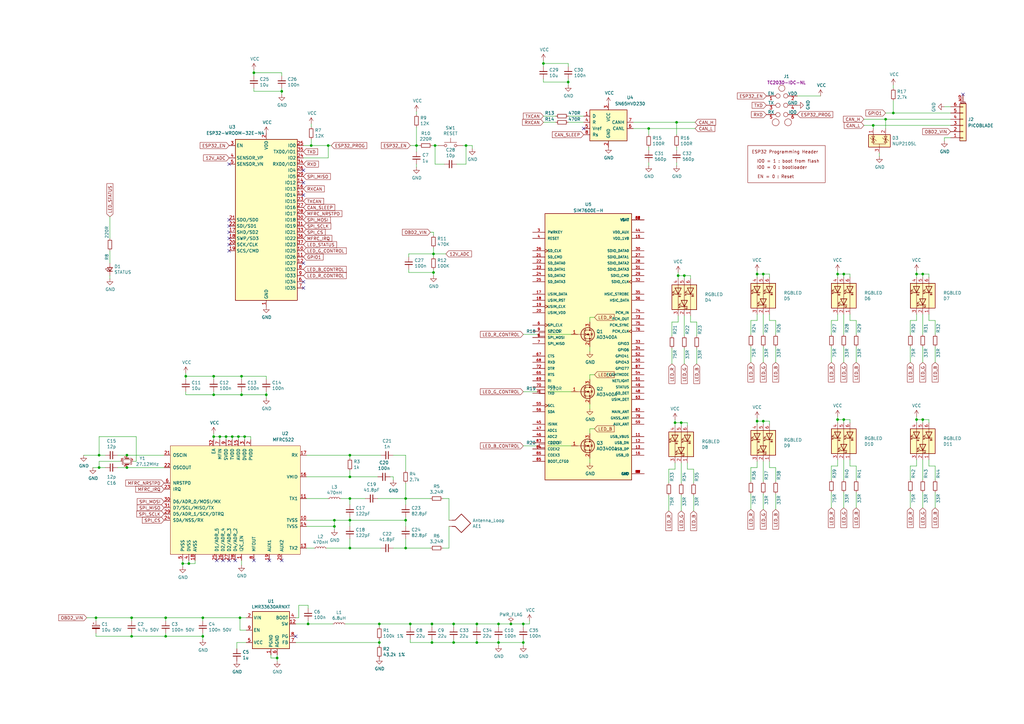
<source format=kicad_sch>
(kicad_sch (version 20230121) (generator eeschema)
  (paper "A3")
  (title_block (title "MaxBox") (date "2023-01-30") (rev "v1") (company "Max Hunter"))
  (junction (at 375.92 172.085))
  (junction (at 186.055 255.905))
  (junction (at 87.63 161.925))
  (junction (at 278.13 113.03))
  (junction (at 87.63 154.305))
  (junction (at 170.815 59.69))
  (junction (at 53.975 253.365))
  (junction (at 90.17 179.07))
  (junction (at 143.51 224.79))
  (junction (at 40.64 186.69))
  (junction (at 177.165 263.525))
  (junction (at 104.14 29.845))
  (junction (at 53.975 260.985))
  (junction (at 177.8 111.76))
  (junction (at 127.635 59.69))
  (junction (at 137.16 213.36))
  (junction (at 113.665 269.875))
  (junction (at 346.075 112.395))
  (junction (at 233.045 33.655))
  (junction (at 166.37 224.79))
  (junction (at 77.47 231.14))
  (junction (at 52.07 191.77))
  (junction (at 313.055 172.72))
  (junction (at 343.535 112.395))
  (junction (at 358.14 51.435))
  (junction (at 109.22 161.925))
  (junction (at 178.435 59.69))
  (junction (at 343.535 172.085))
  (junction (at 40.64 191.77))
  (junction (at 115.57 37.465))
  (junction (at 214.63 255.905))
  (junction (at 97.79 179.07))
  (junction (at 363.22 48.895))
  (junction (at 378.46 112.395))
  (junction (at 214.63 263.525))
  (junction (at 155.575 255.905))
  (junction (at 346.075 172.085))
  (junction (at 277.495 50.165))
  (junction (at 378.46 172.085))
  (junction (at 310.515 172.72))
  (junction (at 83.185 253.365))
  (junction (at 166.37 204.47))
  (junction (at 98.425 253.365))
  (junction (at 143.51 204.47))
  (junction (at 52.07 186.69))
  (junction (at 92.71 179.07))
  (junction (at 39.37 253.365))
  (junction (at 67.945 260.985))
  (junction (at 95.25 179.07))
  (junction (at 195.58 255.905))
  (junction (at 137.16 215.9))
  (junction (at 279.4 173.355))
  (junction (at 143.51 195.58))
  (junction (at 191.135 59.69))
  (junction (at 310.515 112.395))
  (junction (at 195.58 263.525))
  (junction (at 276.86 173.355))
  (junction (at 204.47 263.525))
  (junction (at 99.06 161.925))
  (junction (at 266.065 52.705))
  (junction (at 143.51 213.36))
  (junction (at 87.63 179.07))
  (junction (at 375.92 112.395))
  (junction (at 76.2 154.305))
  (junction (at 186.055 263.525))
  (junction (at 280.67 113.03))
  (junction (at 155.575 263.525))
  (junction (at 67.945 253.365))
  (junction (at 177.165 255.905))
  (junction (at 313.055 112.395))
  (junction (at 126.365 255.905))
  (junction (at 166.37 213.36))
  (junction (at 204.47 255.905))
  (junction (at 222.885 26.035))
  (junction (at 134.62 59.69))
  (junction (at 209.55 255.905))
  (junction (at 177.8 104.14))
  (junction (at 83.185 260.985))
  (junction (at 168.275 255.905))
  (junction (at 99.06 154.305))
  (junction (at 366.395 46.355))
  (junction (at 100.33 179.07))
  (junction (at 74.93 231.14))
  (junction (at 143.51 186.69))
  (no_connect (at 93.98 92.71))
  (no_connect (at 91.44 229.87))
  (no_connect (at 104.14 229.87))
  (no_connect (at 93.98 95.25))
  (no_connect (at 93.98 229.87))
  (no_connect (at 239.395 52.705))
  (no_connect (at 110.49 229.87))
  (no_connect (at 93.98 67.31))
  (no_connect (at 121.285 260.985))
  (no_connect (at 124.46 115.57))
  (no_connect (at 394.97 38.735))
  (no_connect (at 96.52 229.87))
  (no_connect (at 88.9 229.87))
  (no_connect (at 93.98 102.87))
  (no_connect (at 124.46 69.85))
  (no_connect (at 115.57 229.87))
  (no_connect (at 124.46 74.93))
  (no_connect (at 124.46 80.01))
  (no_connect (at 93.98 90.17))
  (no_connect (at 93.98 100.33))
  (no_connect (at 124.46 118.11))
  (no_connect (at 124.46 107.95))
  (no_connect (at 93.98 97.79))
  (wire (pts (xy 177.165 255.905) (xy 177.165 257.175)))
  (wire (pts (xy 184.15 204.47) (xy 181.61 204.47)))
  (wire (pts (xy 34.29 186.69) (xy 40.64 186.69)))
  (wire (pts (xy 53.975 260.985) (xy 67.945 260.985)))
  (wire (pts (xy 109.22 154.305) (xy 109.22 155.575)))
  (wire (pts (xy 87.63 179.07) (xy 90.17 179.07)))
  (wire (pts (xy 121.285 255.905) (xy 126.365 255.905)))
  (wire (pts (xy 40.64 179.07) (xy 40.64 186.69)))
  (wire (pts (xy 137.16 215.9) (xy 137.16 213.36)))
  (wire (pts (xy 39.37 260.985) (xy 53.975 260.985)))
  (wire (pts (xy 99.06 154.305) (xy 109.22 154.305)))
  (wire (pts (xy 161.29 224.79) (xy 166.37 224.79)))
  (wire (pts (xy 310.515 191.77) (xy 310.515 189.23)))
  (wire (pts (xy 346.075 172.085) (xy 346.075 173.355)))
  (wire (pts (xy 170.815 67.31) (xy 170.815 68.58)))
  (wire (pts (xy 99.06 160.655) (xy 99.06 161.925)))
  (wire (pts (xy 276.86 174.625) (xy 276.86 173.355)))
  (wire (pts (xy 104.14 29.845) (xy 104.14 31.115)))
  (wire (pts (xy 233.045 33.655) (xy 233.045 34.925)))
  (wire (pts (xy 143.51 220.98) (xy 143.51 224.79)))
  (wire (pts (xy 241.935 189.865) (xy 241.935 187.96)))
  (wire (pts (xy 378.46 208.28) (xy 378.46 201.93)))
  (wire (pts (xy 351.155 137.16) (xy 351.155 131.445)))
  (wire (pts (xy 214.63 255.905) (xy 214.63 257.175)))
  (wire (pts (xy 168.275 263.525) (xy 177.165 263.525)))
  (wire (pts (xy 87.63 161.925) (xy 76.2 161.925)))
  (wire (pts (xy 98.425 253.365) (xy 100.965 253.365)))
  (wire (pts (xy 354.33 51.435) (xy 358.14 51.435)))
  (wire (pts (xy 99.06 231.775) (xy 99.06 229.87)))
  (wire (pts (xy 113.665 269.875) (xy 113.665 268.605)))
  (wire (pts (xy 177.165 255.905) (xy 186.055 255.905)))
  (wire (pts (xy 315.595 131.445) (xy 315.595 128.905)))
  (wire (pts (xy 222.885 33.655) (xy 222.885 32.385)))
  (wire (pts (xy 74.93 231.14) (xy 74.93 232.41)))
  (wire (pts (xy 133.985 224.79) (xy 143.51 224.79)))
  (wire (pts (xy 177.8 110.49) (xy 177.8 111.76)))
  (wire (pts (xy 83.185 259.715) (xy 83.185 260.985)))
  (wire (pts (xy 340.995 196.85) (xy 340.995 191.135)))
  (wire (pts (xy 40.64 191.77) (xy 43.18 191.77)))
  (wire (pts (xy 366.395 46.355) (xy 366.395 41.275)))
  (wire (pts (xy 243.84 175.895) (xy 241.935 175.895)))
  (wire (pts (xy 166.37 213.36) (xy 166.37 215.9)))
  (wire (pts (xy 313.055 128.905) (xy 313.055 137.16)))
  (wire (pts (xy 52.07 186.69) (xy 67.31 186.69)))
  (wire (pts (xy 378.46 128.905) (xy 378.46 137.16)))
  (wire (pts (xy 154.94 195.58) (xy 143.51 195.58)))
  (wire (pts (xy 143.51 186.69) (xy 156.21 186.69)))
  (wire (pts (xy 104.14 28.575) (xy 104.14 29.845)))
  (wire (pts (xy 143.51 213.36) (xy 143.51 215.9)))
  (wire (pts (xy 49.53 189.23) (xy 40.64 189.23)))
  (wire (pts (xy 310.515 172.72) (xy 313.055 172.72)))
  (wire (pts (xy 315.595 172.72) (xy 315.595 173.99)))
  (wire (pts (xy 99.06 155.575) (xy 99.06 154.305)))
  (wire (pts (xy 92.71 179.07) (xy 95.25 179.07)))
  (wire (pts (xy 176.53 95.25) (xy 177.8 95.25)))
  (wire (pts (xy 168.275 262.255) (xy 168.275 263.525)))
  (wire (pts (xy 381 112.395) (xy 381 113.665)))
  (wire (pts (xy 113.665 271.145) (xy 113.665 269.875)))
  (wire (pts (xy 204.47 255.905) (xy 209.55 255.905)))
  (wire (pts (xy 363.22 48.895) (xy 363.22 52.705)))
  (wire (pts (xy 87.63 161.925) (xy 99.06 161.925)))
  (wire (pts (xy 125.73 224.79) (xy 128.905 224.79)))
  (wire (pts (xy 363.22 48.895) (xy 389.89 48.895)))
  (wire (pts (xy 155.575 262.255) (xy 155.575 263.525)))
  (wire (pts (xy 187.325 67.31) (xy 191.135 67.31)))
  (wire (pts (xy 277.495 50.165) (xy 285.115 50.165)))
  (wire (pts (xy 80.01 231.14) (xy 80.01 229.87)))
  (wire (pts (xy 373.38 196.85) (xy 373.38 191.135)))
  (wire (pts (xy 55.88 179.07) (xy 40.64 179.07)))
  (wire (pts (xy 170.815 59.69) (xy 172.085 59.69)))
  (wire (pts (xy 351.155 191.135) (xy 348.615 191.135)))
  (wire (pts (xy 373.38 137.16) (xy 373.38 131.445)))
  (wire (pts (xy 373.38 131.445) (xy 375.92 131.445)))
  (wire (pts (xy 387.35 43.815) (xy 389.89 43.815)))
  (wire (pts (xy 104.14 29.845) (xy 115.57 29.845)))
  (wire (pts (xy 195.58 262.255) (xy 195.58 263.525)))
  (wire (pts (xy 283.21 132.08) (xy 283.21 129.54)))
  (wire (pts (xy 39.37 259.715) (xy 39.37 260.985)))
  (wire (pts (xy 67.945 253.365) (xy 67.945 254.635)))
  (wire (pts (xy 115.57 29.845) (xy 115.57 31.115)))
  (wire (pts (xy 280.67 113.03) (xy 283.21 113.03)))
  (wire (pts (xy 177.8 113.03) (xy 177.8 111.76)))
  (wire (pts (xy 143.51 195.58) (xy 125.73 195.58)))
  (wire (pts (xy 378.46 112.395) (xy 378.46 113.665)))
  (wire (pts (xy 177.8 95.25) (xy 177.8 96.52)))
  (wire (pts (xy 318.135 131.445) (xy 315.595 131.445)))
  (wire (pts (xy 137.16 213.36) (xy 125.73 213.36)))
  (wire (pts (xy 166.37 198.12) (xy 166.37 204.47)))
  (wire (pts (xy 375.92 111.125) (xy 375.92 112.395)))
  (wire (pts (xy 279.4 173.355) (xy 281.94 173.355)))
  (wire (pts (xy 193.675 60.96) (xy 193.675 59.69)))
  (wire (pts (xy 177.8 111.76) (xy 167.64 111.76)))
  (wire (pts (xy 45.085 114.3) (xy 45.085 113.03)))
  (wire (pts (xy 234.315 160.655) (xy 225.425 160.655)))
  (wire (pts (xy 95.25 180.34) (xy 95.25 179.07)))
  (wire (pts (xy 104.14 37.465) (xy 104.14 36.195)))
  (wire (pts (xy 313.055 208.915) (xy 313.055 202.565)))
  (wire (pts (xy 266.065 67.945) (xy 266.065 66.675)))
  (wire (pts (xy 383.54 191.135) (xy 381 191.135)))
  (wire (pts (xy 220.345 137.16) (xy 214.63 137.16)))
  (wire (pts (xy 243.84 153.67) (xy 241.935 153.67)))
  (wire (pts (xy 378.46 188.595) (xy 378.46 196.85)))
  (wire (pts (xy 100.33 179.07) (xy 102.87 179.07)))
  (wire (pts (xy 83.185 254.635) (xy 83.185 253.365)))
  (wire (pts (xy 195.58 255.905) (xy 195.58 257.175)))
  (wire (pts (xy 45.085 97.79) (xy 45.085 88.9)))
  (wire (pts (xy 195.58 255.905) (xy 204.47 255.905)))
  (wire (pts (xy 177.165 59.69) (xy 178.435 59.69)))
  (wire (pts (xy 126.365 249.555) (xy 126.365 248.285)))
  (wire (pts (xy 90.17 180.34) (xy 90.17 179.07)))
  (wire (pts (xy 234.315 137.16) (xy 225.425 137.16)))
  (wire (pts (xy 340.995 191.135) (xy 343.535 191.135)))
  (wire (pts (xy 87.63 179.07) (xy 87.63 180.34)))
  (wire (pts (xy 381 172.085) (xy 381 173.355)))
  (wire (pts (xy 375.92 170.815) (xy 375.92 172.085)))
  (wire (pts (xy 285.75 132.08) (xy 283.21 132.08)))
  (wire (pts (xy 274.32 209.55) (xy 274.32 203.2)))
  (wire (pts (xy 166.37 193.04) (xy 166.37 186.69)))
  (wire (pts (xy 115.57 37.465) (xy 104.14 37.465)))
  (wire (pts (xy 170.815 59.69) (xy 170.815 62.23)))
  (wire (pts (xy 276.86 192.405) (xy 276.86 189.865)))
  (wire (pts (xy 186.055 263.525) (xy 195.58 263.525)))
  (wire (pts (xy 155.575 255.905) (xy 168.275 255.905)))
  (wire (pts (xy 137.16 213.36) (xy 143.51 213.36)))
  (wire (pts (xy 97.79 179.07) (xy 100.33 179.07)))
  (wire (pts (xy 100.965 263.525) (xy 97.155 263.525)))
  (wire (pts (xy 166.37 207.01) (xy 166.37 204.47)))
  (wire (pts (xy 126.365 254.635) (xy 126.365 255.905)))
  (wire (pts (xy 233.045 32.385) (xy 233.045 33.655)))
  (wire (pts (xy 351.155 148.59) (xy 351.155 142.24)))
  (wire (pts (xy 239.395 50.165) (xy 233.045 50.165)))
  (wire (pts (xy 276.86 172.085) (xy 276.86 173.355)))
  (wire (pts (xy 277.495 61.595) (xy 277.495 60.325)))
  (wire (pts (xy 76.2 154.305) (xy 76.2 155.575)))
  (wire (pts (xy 284.48 198.12) (xy 284.48 192.405)))
  (wire (pts (xy 52.07 191.77) (xy 67.31 191.77)))
  (wire (pts (xy 277.495 50.165) (xy 259.715 50.165)))
  (wire (pts (xy 184.15 213.36) (xy 184.15 204.47)))
  (wire (pts (xy 318.135 148.59) (xy 318.135 142.24)))
  (wire (pts (xy 67.945 253.365) (xy 53.975 253.365)))
  (wire (pts (xy 348.615 112.395) (xy 348.615 113.665)))
  (wire (pts (xy 48.26 191.77) (xy 52.07 191.77)))
  (wire (pts (xy 307.975 208.915) (xy 307.975 202.565)))
  (wire (pts (xy 125.73 215.9) (xy 137.16 215.9)))
  (wire (pts (xy 222.885 26.035) (xy 222.885 27.305)))
  (wire (pts (xy 274.32 192.405) (xy 276.86 192.405)))
  (wire (pts (xy 83.185 253.365) (xy 98.425 253.365)))
  (wire (pts (xy 134.62 59.69) (xy 135.89 59.69)))
  (wire (pts (xy 318.135 191.77) (xy 315.595 191.77)))
  (wire (pts (xy 195.58 263.525) (xy 204.47 263.525)))
  (wire (pts (xy 155.575 255.905) (xy 155.575 257.175)))
  (wire (pts (xy 373.38 208.28) (xy 373.38 201.93)))
  (wire (pts (xy 378.46 112.395) (xy 381 112.395)))
  (wire (pts (xy 168.275 257.175) (xy 168.275 255.905)))
  (wire (pts (xy 310.515 112.395) (xy 313.055 112.395)))
  (wire (pts (xy 284.48 192.405) (xy 281.94 192.405)))
  (wire (pts (xy 53.975 259.715) (xy 53.975 260.985)))
  (wire (pts (xy 310.515 111.125) (xy 310.515 112.395)))
  (wire (pts (xy 74.93 229.87) (xy 74.93 231.14)))
  (wire (pts (xy 348.615 131.445) (xy 348.615 128.905)))
  (wire (pts (xy 220.345 160.655) (xy 214.63 160.655)))
  (wire (pts (xy 310.515 173.99) (xy 310.515 172.72)))
  (wire (pts (xy 191.135 67.31) (xy 191.135 59.69)))
  (wire (pts (xy 351.155 196.85) (xy 351.155 191.135)))
  (wire (pts (xy 313.055 189.23) (xy 313.055 197.485)))
  (wire (pts (xy 45.085 107.95) (xy 45.085 102.87)))
  (wire (pts (xy 167.64 105.41) (xy 167.64 104.14)))
  (wire (pts (xy 99.06 161.925) (xy 109.22 161.925)))
  (wire (pts (xy 222.885 24.765) (xy 222.885 26.035)))
  (wire (pts (xy 280.67 149.225) (xy 280.67 142.875)))
  (wire (pts (xy 375.92 131.445) (xy 375.92 128.905)))
  (wire (pts (xy 177.8 104.14) (xy 177.8 105.41)))
  (wire (pts (xy 315.595 191.77) (xy 315.595 189.23)))
  (wire (pts (xy 366.395 34.925) (xy 366.395 36.195)))
  (wire (pts (xy 346.075 128.905) (xy 346.075 137.16)))
  (wire (pts (xy 346.075 148.59) (xy 346.075 142.24)))
  (wire (pts (xy 387.35 56.515) (xy 389.89 56.515)))
  (wire (pts (xy 310.515 113.665) (xy 310.515 112.395)))
  (wire (pts (xy 143.51 195.58) (xy 143.51 193.04)))
  (wire (pts (xy 340.995 148.59) (xy 340.995 142.24)))
  (wire (pts (xy 278.13 132.08) (xy 278.13 129.54)))
  (wire (pts (xy 383.54 196.85) (xy 383.54 191.135)))
  (wire (pts (xy 340.995 208.28) (xy 340.995 201.93)))
  (wire (pts (xy 168.275 255.905) (xy 177.165 255.905)))
  (wire (pts (xy 343.535 170.815) (xy 343.535 172.085)))
  (wire (pts (xy 241.935 144.145) (xy 241.935 142.24)))
  (wire (pts (xy 383.54 137.16) (xy 383.54 131.445)))
  (wire (pts (xy 310.515 131.445) (xy 310.515 128.905)))
  (wire (pts (xy 284.48 209.55) (xy 284.48 203.2)))
  (wire (pts (xy 40.64 186.69) (xy 43.18 186.69)))
  (wire (pts (xy 358.14 51.435) (xy 389.89 51.435)))
  (wire (pts (xy 351.155 208.28) (xy 351.155 201.93)))
  (wire (pts (xy 387.35 57.785) (xy 387.35 56.515)))
  (wire (pts (xy 35.56 253.365) (xy 39.37 253.365)))
  (wire (pts (xy 217.17 255.905) (xy 214.63 255.905)))
  (wire (pts (xy 204.47 255.905) (xy 204.47 257.175)))
  (wire (pts (xy 233.045 47.625) (xy 239.395 47.625)))
  (wire (pts (xy 204.47 263.525) (xy 214.63 263.525)))
  (wire (pts (xy 143.51 186.69) (xy 143.51 187.96)))
  (wire (pts (xy 186.055 255.905) (xy 186.055 257.175)))
  (wire (pts (xy 143.51 204.47) (xy 149.86 204.47)))
  (wire (pts (xy 214.63 263.525) (xy 214.63 262.255)))
  (wire (pts (xy 363.22 46.355) (xy 366.395 46.355)))
  (wire (pts (xy 92.71 180.34) (xy 92.71 179.07)))
  (wire (pts (xy 373.38 148.59) (xy 373.38 142.24)))
  (wire (pts (xy 275.59 132.08) (xy 278.13 132.08)))
  (wire (pts (xy 161.29 196.85) (xy 161.29 195.58)))
  (wire (pts (xy 281.94 173.355) (xy 281.94 174.625)))
  (wire (pts (xy 266.065 52.705) (xy 285.115 52.705)))
  (wire (pts (xy 143.51 212.09) (xy 143.51 213.36)))
  (wire (pts (xy 170.815 45.72) (xy 170.815 46.99)))
  (wire (pts (xy 375.92 191.135) (xy 375.92 188.595)))
  (wire (pts (xy 234.315 182.88) (xy 225.425 182.88)))
  (wire (pts (xy 77.47 229.87) (xy 77.47 231.14)))
  (wire (pts (xy 127.635 59.69) (xy 134.62 59.69)))
  (wire (pts (xy 67.945 260.985) (xy 67.945 259.715)))
  (wire (pts (xy 83.185 260.985) (xy 83.185 262.255)))
  (wire (pts (xy 166.37 220.98) (xy 166.37 224.79)))
  (wire (pts (xy 360.68 64.135) (xy 360.68 62.865)))
  (wire (pts (xy 191.135 59.69) (xy 189.865 59.69)))
  (wire (pts (xy 87.63 154.305) (xy 99.06 154.305)))
  (wire (pts (xy 233.045 26.035) (xy 222.885 26.035)))
  (wire (pts (xy 177.8 101.6) (xy 177.8 104.14)))
  (wire (pts (xy 241.935 175.895) (xy 241.935 177.8)))
  (wire (pts (xy 313.055 172.72) (xy 313.055 173.99)))
  (wire (pts (xy 340.995 131.445) (xy 343.535 131.445)))
  (wire (pts (xy 383.54 131.445) (xy 381 131.445)))
  (wire (pts (xy 98.425 258.445) (xy 98.425 253.365)))
  (wire (pts (xy 241.935 167.64) (xy 241.935 165.735)))
  (wire (pts (xy 378.46 172.085) (xy 378.46 173.355)))
  (wire (pts (xy 111.125 269.875) (xy 111.125 268.605)))
  (wire (pts (xy 97.79 180.34) (xy 97.79 179.07)))
  (wire (pts (xy 383.54 208.28) (xy 383.54 201.93)))
  (wire (pts (xy 182.88 104.14) (xy 177.8 104.14)))
  (wire (pts (xy 161.29 186.69) (xy 166.37 186.69)))
  (wire (pts (xy 366.395 46.355) (xy 389.89 46.355)))
  (wire (pts (xy 280.67 113.03) (xy 280.67 114.3)))
  (wire (pts (xy 378.46 148.59) (xy 378.46 142.24)))
  (wire (pts (xy 275.59 149.225) (xy 275.59 142.875)))
  (wire (pts (xy 285.75 137.795) (xy 285.75 132.08)))
  (wire (pts (xy 354.33 48.895) (xy 363.22 48.895)))
  (wire (pts (xy 275.59 137.795) (xy 275.59 132.08)))
  (wire (pts (xy 346.075 208.28) (xy 346.075 201.93)))
  (wire (pts (xy 343.535 112.395) (xy 346.075 112.395)))
  (wire (pts (xy 95.25 179.07) (xy 97.79 179.07)))
  (wire (pts (xy 346.075 112.395) (xy 348.615 112.395)))
  (wire (pts (xy 74.93 231.14) (xy 77.47 231.14)))
  (wire (pts (xy 53.975 254.635) (xy 53.975 253.365)))
  (wire (pts (xy 307.975 191.77) (xy 310.515 191.77)))
  (wire (pts (xy 67.945 253.365) (xy 83.185 253.365)))
  (wire (pts (xy 346.075 188.595) (xy 346.075 196.85)))
  (wire (pts (xy 127.635 50.8) (xy 127.635 52.07)))
  (wire (pts (xy 134.62 64.77) (xy 134.62 59.69)))
  (wire (pts (xy 214.63 264.795) (xy 214.63 263.525)))
  (wire (pts (xy 126.365 255.905) (xy 136.525 255.905)))
  (wire (pts (xy 340.995 137.16) (xy 340.995 131.445)))
  (wire (pts (xy 307.975 137.16) (xy 307.975 131.445)))
  (wire (pts (xy 154.94 204.47) (xy 166.37 204.47)))
  (wire (pts (xy 373.38 191.135) (xy 375.92 191.135)))
  (wire (pts (xy 281.94 192.405) (xy 281.94 189.865)))
  (wire (pts (xy 76.2 161.925) (xy 76.2 160.655)))
  (wire (pts (xy 204.47 263.525) (xy 204.47 262.255)))
  (wire (pts (xy 227.965 47.625) (xy 222.885 47.625)))
  (wire (pts (xy 76.2 154.305) (xy 87.63 154.305)))
  (wire (pts (xy 375.92 173.355) (xy 375.92 172.085)))
  (wire (pts (xy 167.64 104.14) (xy 177.8 104.14)))
  (wire (pts (xy 102.87 179.07) (xy 102.87 180.34)))
  (wire (pts (xy 54.61 189.23) (xy 55.88 189.23)))
  (wire (pts (xy 155.575 263.525) (xy 155.575 264.795)))
  (wire (pts (xy 283.21 113.03) (xy 283.21 114.3)))
  (wire (pts (xy 313.055 148.59) (xy 313.055 142.24)))
  (wire (pts (xy 115.57 36.195) (xy 115.57 37.465)))
  (wire (pts (xy 217.17 254.635) (xy 217.17 255.905)))
  (wire (pts (xy 276.86 173.355) (xy 279.4 173.355)))
  (wire (pts (xy 182.245 67.31) (xy 178.435 67.31)))
  (wire (pts (xy 100.33 180.34) (xy 100.33 179.07)))
  (wire (pts (xy 121.285 253.365) (xy 122.555 253.365)))
  (wire (pts (xy 233.045 27.305) (xy 233.045 26.035)))
  (wire (pts (xy 378.46 172.085) (xy 381 172.085)))
  (wire (pts (xy 313.055 112.395) (xy 313.055 113.665)))
  (wire (pts (xy 241.935 153.67) (xy 241.935 155.575)))
  (wire (pts (xy 375.92 113.665) (xy 375.92 112.395)))
  (wire (pts (xy 109.22 161.925) (xy 109.22 160.655)))
  (wire (pts (xy 193.675 59.69) (xy 191.135 59.69)))
  (wire (pts (xy 87.63 160.655) (xy 87.63 161.925)))
  (wire (pts (xy 186.055 262.255) (xy 186.055 263.525)))
  (wire (pts (xy 279.4 173.355) (xy 279.4 174.625)))
  (wire (pts (xy 161.29 195.58) (xy 160.02 195.58)))
  (wire (pts (xy 277.495 55.245) (xy 277.495 50.165)))
  (wire (pts (xy 127.635 57.15) (xy 127.635 59.69)))
  (wire (pts (xy 177.165 263.525) (xy 177.165 262.255)))
  (wire (pts (xy 266.065 52.705) (xy 266.065 55.245)))
  (wire (pts (xy 307.975 197.485) (xy 307.975 191.77)))
  (wire (pts (xy 313.055 172.72) (xy 315.595 172.72)))
  (wire (pts (xy 40.64 189.23) (xy 40.64 191.77)))
  (wire (pts (xy 143.51 207.01) (xy 143.51 204.47)))
  (wire (pts (xy 141.605 255.905) (xy 155.575 255.905)))
  (wire (pts (xy 166.37 224.79) (xy 176.53 224.79)))
  (wire (pts (xy 124.46 59.69) (xy 127.635 59.69)))
  (wire (pts (xy 125.73 186.69) (xy 143.51 186.69)))
  (wire (pts (xy 279.4 209.55) (xy 279.4 203.2)))
  (wire (pts (xy 143.51 213.36) (xy 166.37 213.36)))
  (wire (pts (xy 343.535 191.135) (xy 343.535 188.595)))
  (wire (pts (xy 343.535 173.355) (xy 343.535 172.085)))
  (wire (pts (xy 310.515 171.45) (xy 310.515 172.72)))
  (wire (pts (xy 222.885 33.655) (xy 233.045 33.655)))
  (wire (pts (xy 126.365 248.285) (xy 122.555 248.285)))
  (wire (pts (xy 358.14 51.435) (xy 358.14 52.705)))
  (wire (pts (xy 222.885 50.165) (xy 227.965 50.165)))
  (wire (pts (xy 168.275 59.69) (xy 170.815 59.69)))
  (wire (pts (xy 318.135 137.16) (xy 318.135 131.445)))
  (wire (pts (xy 327.025 39.37) (xy 336.55 39.37)))
  (wire (pts (xy 184.15 224.79) (xy 184.15 215.9)))
  (wire (pts (xy 38.1 191.77) (xy 40.64 191.77)))
  (wire (pts (xy 113.665 269.875) (xy 111.125 269.875)))
  (wire (pts (xy 280.67 129.54) (xy 280.67 137.795)))
  (wire (pts (xy 55.88 189.23) (xy 55.88 179.07)))
  (wire (pts (xy 318.135 197.485) (xy 318.135 191.77)))
  (wire (pts (xy 307.975 148.59) (xy 307.975 142.24)))
  (wire (pts (xy 177.165 263.525) (xy 186.055 263.525)))
  (wire (pts (xy 204.47 264.795) (xy 204.47 263.525)))
  (wire (pts (xy 100.965 258.445) (xy 98.425 258.445)))
  (wire (pts (xy 381 131.445) (xy 381 128.905)))
  (wire (pts (xy 346.075 112.395) (xy 346.075 113.665)))
  (wire (pts (xy 278.13 113.03) (xy 280.67 113.03)))
  (wire (pts (xy 90.17 179.07) (xy 92.71 179.07)))
  (wire (pts (xy 346.075 172.085) (xy 348.615 172.085)))
  (wire (pts (xy 124.46 64.77) (xy 134.62 64.77)))
  (wire (pts (xy 166.37 212.09) (xy 166.37 213.36)))
  (wire (pts (xy 178.435 67.31) (xy 178.435 59.69)))
  (wire (pts (xy 375.92 172.085) (xy 378.46 172.085)))
  (wire (pts (xy 109.22 161.925) (xy 109.22 163.195)))
  (wire (pts (xy 209.55 255.905) (xy 214.63 255.905)))
  (wire (pts (xy 343.535 111.125) (xy 343.535 112.395)))
  (wire (pts (xy 383.54 148.59) (xy 383.54 142.24)))
  (wire (pts (xy 313.055 112.395) (xy 315.595 112.395)))
  (wire (pts (xy 348.615 191.135) (xy 348.615 188.595)))
  (wire (pts (xy 220.345 182.88) (xy 214.63 182.88)))
  (wire (pts (xy 139.7 204.47) (xy 143.51 204.47)))
  (wire (pts (xy 167.64 111.76) (xy 167.64 110.49)))
  (wire (pts (xy 348.615 172.085) (xy 348.615 173.355)))
  (wire (pts (xy 97.155 263.525) (xy 97.155 266.065)))
  (wire (pts (xy 266.065 61.595) (xy 266.065 60.325)))
  (wire (pts (xy 375.92 112.395) (xy 378.46 112.395)))
  (wire (pts (xy 121.285 263.525) (xy 155.575 263.525)))
  (wire (pts (xy 48.26 186.69) (xy 52.07 186.69)))
  (wire (pts (xy 278.13 114.3) (xy 278.13 113.03)))
  (wire (pts (xy 285.75 149.225) (xy 285.75 142.875)))
  (wire (pts (xy 274.32 198.12) (xy 274.32 192.405)))
  (wire (pts (xy 278.13 111.76) (xy 278.13 113.03)))
  (wire (pts (xy 67.945 260.985) (xy 83.185 260.985)))
  (wire (pts (xy 87.63 154.305) (xy 87.63 155.575)))
  (wire (pts (xy 307.975 131.445) (xy 310.515 131.445)))
  (wire (pts (xy 53.975 253.365) (xy 39.37 253.365)))
  (wire (pts (xy 137.16 217.17) (xy 137.16 215.9)))
  (wire (pts (xy 318.135 208.915) (xy 318.135 202.565)))
  (wire (pts (xy 39.37 253.365) (xy 39.37 254.635)))
  (wire (pts (xy 279.4 189.865) (xy 279.4 198.12)))
  (wire (pts (xy 343.535 131.445) (xy 343.535 128.905)))
  (wire (pts (xy 125.73 204.47) (xy 134.62 204.47)))
  (wire (pts (xy 381 191.135) (xy 381 188.595)))
  (wire (pts (xy 243.84 130.175) (xy 241.935 130.175)))
  (wire (pts (xy 122.555 248.285) (xy 122.555 253.365)))
  (wire (pts (xy 87.63 177.8) (xy 87.63 179.07)))
  (wire (pts (xy 315.595 112.395) (xy 315.595 113.665)))
  (wire (pts (xy 259.715 52.705) (xy 266.065 52.705)))
  (wire (pts (xy 277.495 67.945) (xy 277.495 66.675)))
  (wire (pts (xy 76.2 153.035) (xy 76.2 154.305)))
  (wire (pts (xy 343.535 172.085) (xy 346.075 172.085)))
  (wire (pts (xy 115.57 37.465) (xy 115.57 38.735)))
  (wire (pts (xy 143.51 224.79) (xy 156.21 224.79)))
  (wire (pts (xy 178.435 59.69) (xy 179.705 59.69)))
  (wire (pts (xy 77.47 231.14) (xy 80.01 231.14)))
  (wire (pts (xy 186.055 255.905) (xy 195.58 255.905)))
  (wire (pts (xy 351.155 131.445) (xy 348.615 131.445)))
  (wire (pts (xy 170.815 59.69) (xy 170.815 52.07)))
  (wire (pts (xy 343.535 113.665) (xy 343.535 112.395)))
  (wire (pts (xy 241.935 130.175) (xy 241.935 132.08)))
  (wire (pts (xy 166.37 204.47) (xy 176.53 204.47)))
  (wire (pts (xy 181.61 224.79) (xy 184.15 224.79)))
  (global_label "MFRC_IRQ" (shape input) (at 67.31 200.66 180) (property "Intersheetrefs" "${INTERSHEET_REFS}" (effects hide)))
  (global_label "ESP32_EN" (shape input) (at 93.98 59.69 180) (property "Intersheetrefs" "${INTERSHEET_REFS}" (effects hide)))
  (global_label "LED_B" (shape input) (at 351.155 208.28 270) (property "Intersheetrefs" "${INTERSHEET_REFS}" (effects hide)))
  (global_label "SPI_MISO" (shape input) (at 67.31 208.28 180) (property "Intersheetrefs" "${INTERSHEET_REFS}" (effects hide)))
  (global_label "SPI_MISO" (shape input) (at 124.46 72.39 0) (property "Intersheetrefs" "${INTERSHEET_REFS}" (effects hide)))
  (global_label "SPI_MOSI" (shape input) (at 124.46 90.17 0) (property "Intersheetrefs" "${INTERSHEET_REFS}" (effects hide)))
  (global_label "CAN_L" (shape input) (at 354.33 51.435 180) (property "Intersheetrefs" "${INTERSHEET_REFS}" (effects hide)))
  (global_label "GPIO1" (shape input) (at 124.46 105.41 0) (property "Intersheetrefs" "${INTERSHEET_REFS}" (effects hide)))
  (global_label "LED_B" (shape input) (at 243.84 175.895 0) (property "Intersheetrefs" "${INTERSHEET_REFS}" (effects hide)))
  (global_label "RXCAN" (shape input) (at 124.46 77.47 0) (property "Intersheetrefs" "${INTERSHEET_REFS}" (effects hide)))
  (global_label "LED_B" (shape input) (at 351.155 148.59 270) (property "Intersheetrefs" "${INTERSHEET_REFS}" (effects hide)))
  (global_label "LED_R_CONTROL" (shape input) (at 124.46 113.03 0) (property "Intersheetrefs" "${INTERSHEET_REFS}" (effects hide)))
  (global_label "CAN_L" (shape input) (at 285.115 52.705 0) (property "Intersheetrefs" "${INTERSHEET_REFS}" (effects hide)))
  (global_label "OBD2_VIN" (shape input) (at 35.56 253.365 180) (property "Intersheetrefs" "${INTERSHEET_REFS}" (effects hide)))
  (global_label "LED_G" (shape input) (at 280.67 149.225 270) (property "Intersheetrefs" "${INTERSHEET_REFS}" (effects hide)))
  (global_label "TXCAN" (shape input) (at 124.46 82.55 0) (property "Intersheetrefs" "${INTERSHEET_REFS}" (effects hide)))
  (global_label "RXD" (shape input) (at 124.46 67.31 0) (property "Intersheetrefs" "${INTERSHEET_REFS}" (effects hide)))
  (global_label "LED_STATUS" (shape input) (at 45.085 88.9 90) (property "Intersheetrefs" "${INTERSHEET_REFS}" (effects hide)))
  (global_label "12V_ADC" (shape input) (at 93.98 64.77 180) (property "Intersheetrefs" "${INTERSHEET_REFS}" (effects hide)))
  (global_label "LED_G" (shape input) (at 378.46 148.59 270) (property "Intersheetrefs" "${INTERSHEET_REFS}" (effects hide)))
  (global_label "OBD2_VIN" (shape input) (at 389.89 53.975 180) (property "Intersheetrefs" "${INTERSHEET_REFS}" (effects hide)))
  (global_label "LED_B" (shape input) (at 383.54 208.28 270) (property "Intersheetrefs" "${INTERSHEET_REFS}" (effects hide)))
  (global_label "TXD" (shape input) (at 314.325 43.18 180) (property "Intersheetrefs" "${INTERSHEET_REFS}" (effects hide)))
  (global_label "LED_B" (shape input) (at 284.48 209.55 270) (property "Intersheetrefs" "${INTERSHEET_REFS}" (effects hide)))
  (global_label "CAN_H" (shape input) (at 354.33 48.895 180) (property "Intersheetrefs" "${INTERSHEET_REFS}" (effects hide)))
  (global_label "RXD" (shape input) (at 314.325 46.99 180) (property "Intersheetrefs" "${INTERSHEET_REFS}" (effects hide)))
  (global_label "LED_R" (shape input) (at 274.32 209.55 270) (property "Intersheetrefs" "${INTERSHEET_REFS}" (effects hide)))
  (global_label "LED_R" (shape input) (at 307.975 148.59 270) (property "Intersheetrefs" "${INTERSHEET_REFS}" (effects hide)))
  (global_label "ESP32_PROG" (shape input) (at 327.025 46.99 0) (property "Intersheetrefs" "${INTERSHEET_REFS}" (effects hide)))
  (global_label "LED_G" (shape input) (at 313.055 208.915 270) (property "Intersheetrefs" "${INTERSHEET_REFS}" (effects hide)))
  (global_label "MFRC_NRSTPD" (shape input) (at 124.46 87.63 0) (property "Intersheetrefs" "${INTERSHEET_REFS}" (effects hide)))
  (global_label "LED_STATUS" (shape input) (at 124.46 100.33 0) (property "Intersheetrefs" "${INTERSHEET_REFS}" (effects hide)))
  (global_label "LED_R" (shape input) (at 373.38 208.28 270) (property "Intersheetrefs" "${INTERSHEET_REFS}" (effects hide)))
  (global_label "12V_ADC" (shape input) (at 182.88 104.14 0) (property "Intersheetrefs" "${INTERSHEET_REFS}" (effects hide)))
  (global_label "SPI_CS" (shape input) (at 67.31 213.36 180) (property "Intersheetrefs" "${INTERSHEET_REFS}" (effects hide)))
  (global_label "LED_R" (shape input) (at 340.995 148.59 270) (property "Intersheetrefs" "${INTERSHEET_REFS}" (effects hide)))
  (global_label "LED_R" (shape input) (at 307.975 208.915 270) (property "Intersheetrefs" "${INTERSHEET_REFS}" (effects hide)))
  (global_label "MFRC_IRQ" (shape input) (at 124.46 97.79 0) (property "Intersheetrefs" "${INTERSHEET_REFS}" (effects hide)))
  (global_label "LED_G" (shape input) (at 346.075 208.28 270) (property "Intersheetrefs" "${INTERSHEET_REFS}" (effects hide)))
  (global_label "CAN_SLEEP" (shape input) (at 239.395 55.245 180) (property "Intersheetrefs" "${INTERSHEET_REFS}" (effects hide)))
  (global_label "LED_G" (shape input) (at 279.4 209.55 270) (property "Intersheetrefs" "${INTERSHEET_REFS}" (effects hide)))
  (global_label "LED_G_CONTROL" (shape input) (at 214.63 160.655 180) (property "Intersheetrefs" "${INTERSHEET_REFS}" (effects hide)))
  (global_label "LED_R" (shape input) (at 243.84 130.175 0) (property "Intersheetrefs" "${INTERSHEET_REFS}" (effects hide)))
  (global_label "LED_G" (shape input) (at 346.075 148.59 270) (property "Intersheetrefs" "${INTERSHEET_REFS}" (effects hide)))
  (global_label "LED_R" (shape input) (at 373.38 148.59 270) (property "Intersheetrefs" "${INTERSHEET_REFS}" (effects hide)))
  (global_label "LED_R" (shape input) (at 275.59 149.225 270) (property "Intersheetrefs" "${INTERSHEET_REFS}" (effects hide)))
  (global_label "CAN_SLEEP" (shape input) (at 124.46 85.09 0) (property "Intersheetrefs" "${INTERSHEET_REFS}" (effects hide)))
  (global_label "SPI_SCLK" (shape input) (at 67.31 210.82 180) (property "Intersheetrefs" "${INTERSHEET_REFS}" (effects hide)))
  (global_label "LED_B" (shape input) (at 383.54 148.59 270) (property "Intersheetrefs" "${INTERSHEET_REFS}" (effects hide)))
  (global_label "LED_G" (shape input) (at 313.055 148.59 270) (property "Intersheetrefs" "${INTERSHEET_REFS}" (effects hide)))
  (global_label "TXD" (shape input) (at 124.46 62.23 0) (property "Intersheetrefs" "${INTERSHEET_REFS}" (effects hide)))
  (global_label "RXCAN" (shape input) (at 222.885 50.165 180) (property "Intersheetrefs" "${INTERSHEET_REFS}" (effects hide)))
  (global_label "TXCAN" (shape input) (at 222.885 47.625 180) (property "Intersheetrefs" "${INTERSHEET_REFS}" (effects hide)))
  (global_label "ESP32_EN" (shape input) (at 168.275 59.69 180) (property "Intersheetrefs" "${INTERSHEET_REFS}" (effects hide)))
  (global_label "LED_B" (shape input) (at 285.75 149.225 270) (property "Intersheetrefs" "${INTERSHEET_REFS}" (effects hide)))
  (global_label "SPI_CS" (shape input) (at 124.46 95.25 0) (property "Intersheetrefs" "${INTERSHEET_REFS}" (effects hide)))
  (global_label "LED_G" (shape input) (at 378.46 208.28 270) (property "Intersheetrefs" "${INTERSHEET_REFS}" (effects hide)))
  (global_label "LED_R" (shape input) (at 340.995 208.28 270) (property "Intersheetrefs" "${INTERSHEET_REFS}" (effects hide)))
  (global_label "LED_G" (shape input) (at 243.84 153.67 0) (property "Intersheetrefs" "${INTERSHEET_REFS}" (effects hide)))
  (global_label "SPI_MOSI" (shape input) (at 67.31 205.74 180) (property "Intersheetrefs" "${INTERSHEET_REFS}" (effects hide)))
  (global_label "LED_B_CONTROL" (shape input) (at 124.46 110.49 0) (property "Intersheetrefs" "${INTERSHEET_REFS}" (effects hide)))
  (global_label "SPI_SCLK" (shape input) (at 124.46 92.71 0) (property "Intersheetrefs" "${INTERSHEET_REFS}" (effects hide)))
  (global_label "LED_B" (shape input) (at 318.135 148.59 270) (property "Intersheetrefs" "${INTERSHEET_REFS}" (effects hide)))
  (global_label "GPIO1" (shape input) (at 363.22 46.355 180) (property "Intersheetrefs" "${INTERSHEET_REFS}" (effects hide)))
  (global_label "ESP32_PROG" (shape input) (at 135.89 59.69 0) (property "Intersheetrefs" "${INTERSHEET_REFS}" (effects hide)))
  (global_label "MFRC_NRSTPD" (shape input) (at 67.31 198.12 180) (property "Intersheetrefs" "${INTERSHEET_REFS}" (effects hide)))
  (global_label "LED_G_CONTROL" (shape input) (at 124.46 102.87 0) (property "Intersheetrefs" "${INTERSHEET_REFS}" (effects hide)))
  (global_label "LED_R_CONTROL" (shape input) (at 214.63 137.16 180) (property "Intersheetrefs" "${INTERSHEET_REFS}" (effects hide)))
  (global_label "ESP32_EN" (shape input) (at 314.325 39.37 180) (property "Intersheetrefs" "${INTERSHEET_REFS}" (effects hide)))
  (global_label "LED_B_CONTROL" (shape input) (at 214.63 182.88 180) (property "Intersheetrefs" "${INTERSHEET_REFS}" (effects hide)))
  (global_label "CAN_H" (shape input) (at 285.115 50.165 0) (property "Intersheetrefs" "${INTERSHEET_REFS}" (effects hide)))
  (global_label "LED_B" (shape input) (at 318.135 208.915 270) (property "Intersheetrefs" "${INTERSHEET_REFS}" (effects hide)))
  (global_label "OBD2_VIN" (shape input) (at 176.53 95.25 180) (property "Intersheetrefs" "${INTERSHEET_REFS}" (effects hide)))
  (symbol (lib_id "RF_Module:ESP32-WROOM-32") (at 109.22 90.17 0) (unit 1)
    (property "Reference" "U3" (at 95.25 52.07 0))
    (property "Value" "ESP32-WROOM-32E-N4" (at 96.52 54.61 0))
    (property "Footprint" "RF_Module:ESP32-WROOM-32" (effects hide))
    (property "Datasheet" "https://www.espressif.com/sites/default/files/documentation/esp32-wroom-32_datasheet_en.pdf" (effects hide))
    (property "LCSC" "C701341" (effects hide))
  )
  (symbol (lib_id "Device:R_Small") (at 166.37 195.58 180) (unit 1)
    (property "Reference" "R4" (at 167.8686 194.4116 0) (effects (justify right)))
    (property "Value" "2.7k" (at 167.8686 196.723 0) (effects (justify right)))
    (property "Footprint" "Resistor_SMD:R_0603_1608Metric" (effects hide))
    (property "LCSC" "C13167" (effects hide))
  )
  (symbol (lib_id "Device:Antenna_Loop") (at 189.23 215.9 270) (mirror x) (unit 1)
    (property "Reference" "AE1" (at 193.802 215.7984 90) (effects (justify left)))
    (property "Value" "Antenna_Loop" (at 193.802 213.487 90) (effects (justify left)))
    (property "Footprint" "maxlibrary:95mm-3turn-antenna" (effects hide))
  )
  (symbol (lib_id "Device:C_Small") (at 45.72 186.69 270) (unit 1)
    (property "Reference" "C15" (at 45.72 180.8734 90))
    (property "Value" "12p" (at 45.72 183.1848 90))
    (property "Footprint" "Capacitor_SMD:C_0805_2012Metric" (effects hide))
    (property "LCSC" "C1792" (effects hide))
  )
  (symbol (lib_id "Device:C_Small") (at 45.72 191.77 90) (unit 1)
    (property "Reference" "C16" (at 45.72 198.12 90))
    (property "Value" "12p" (at 45.72 195.58 90))
    (property "Footprint" "Capacitor_SMD:C_0805_2012Metric" (effects hide))
    (property "LCSC" "C1792" (effects hide))
  )
  (symbol (lib_id "power:GND") (at 38.1 191.77 0) (unit 1)
    (property "Reference" "#PWR010" (effects hide))
    (property "Value" "GND" (at 38.227 196.1642 0))
  )
  (symbol (lib_id "power:GND") (at 34.29 186.69 0) (unit 1)
    (property "Reference" "#PWR09" (effects hide))
    (property "Value" "GND" (at 34.417 191.0842 0))
  )
  (symbol (lib_id "power:GND") (at 74.93 232.41 0) (unit 1)
    (property "Reference" "#PWR011" (effects hide))
    (property "Value" "GND" (at 75.057 236.8042 0))
  )
  (symbol (lib_id "Device:L_Small") (at 137.16 204.47 90) (unit 1)
    (property "Reference" "L3" (at 137.16 199.771 90))
    (property "Value" "470nH" (at 137.16 202.0824 90))
    (property "Footprint" "Inductor_SMD:L_0805_2012Metric" (effects hide))
    (property "LCSC" "C655211" (effects hide))
  )
  (symbol (lib_id "Device:L_Small") (at 131.445 224.79 90) (unit 1)
    (property "Reference" "L2" (at 131.445 220.091 90))
    (property "Value" "470nH" (at 131.445 222.4024 90))
    (property "Footprint" "Inductor_SMD:L_0805_2012Metric" (effects hide))
    (property "LCSC" "C655211" (effects hide))
  )
  (symbol (lib_id "power:GND") (at 137.16 217.17 0) (unit 1)
    (property "Reference" "#PWR014" (effects hide))
    (property "Value" "GND" (at 137.287 221.5642 0))
  )
  (symbol (lib_id "Device:R_Small") (at 179.07 204.47 270) (unit 1)
    (property "Reference" "R5" (at 179.07 199.4916 90))
    (property "Value" "3.24R" (at 179.07 201.803 90))
    (property "Footprint" "Resistor_SMD:R_0402_1005Metric" (effects hide))
    (property "LCSC" "C270612" (effects hide))
  )
  (symbol (lib_id "Device:R_Small") (at 179.07 224.79 270) (unit 1)
    (property "Reference" "R6" (at 179.07 219.8116 90))
    (property "Value" "3.24R" (at 179.07 222.123 90))
    (property "Footprint" "Resistor_SMD:R_0402_1005Metric" (effects hide))
    (property "LCSC" "C270612" (effects hide))
  )
  (symbol (lib_id "Device:C_Small") (at 152.4 204.47 270) (unit 1)
    (property "Reference" "C19" (at 152.4 198.6534 90))
    (property "Value" "41.8pF" (at 152.4 200.9648 90))
    (property "Footprint" "Capacitor_SMD:C_0805_2012Metric" (effects hide))
    (property "LCSC" "C502147" (effects hide))
  )
  (symbol (lib_id "Device:C_Small") (at 158.75 224.79 270) (unit 1)
    (property "Reference" "C22" (at 158.75 218.9734 90))
    (property "Value" "41.8pF" (at 158.75 221.2848 90))
    (property "Footprint" "Capacitor_SMD:C_0805_2012Metric" (effects hide))
    (property "LCSC" "C502147" (effects hide))
  )
  (symbol (lib_id "Device:C_Small") (at 166.37 209.55 180) (unit 1)
    (property "Reference" "C23" (at 168.7068 208.3816 0) (effects (justify right)))
    (property "Value" "82.8pF" (at 168.7068 210.693 0) (effects (justify right)))
    (property "Footprint" "Capacitor_SMD:C_0805_2012Metric" (effects hide))
    (property "LCSC" "C105942" (effects hide))
  )
  (symbol (lib_id "Device:C_Small") (at 166.37 218.44 180) (unit 1)
    (property "Reference" "C24" (at 168.7068 217.2716 0) (effects (justify right)))
    (property "Value" "82.8pF" (at 168.7068 219.583 0) (effects (justify right)))
    (property "Footprint" "Capacitor_SMD:C_0805_2012Metric" (effects hide))
    (property "LCSC" "C105942" (effects hide))
  )
  (symbol (lib_id "Device:C_Small") (at 143.51 209.55 180) (unit 1)
    (property "Reference" "C17" (at 145.8468 208.3816 0) (effects (justify right)))
    (property "Value" "122pF" (at 145.8468 210.693 0) (effects (justify right)))
    (property "Footprint" "Capacitor_SMD:C_0603_1608Metric" (effects hide))
    (property "LCSC" "C18438" (effects hide))
  )
  (symbol (lib_id "Device:C_Small") (at 143.51 218.44 180) (unit 1)
    (property "Reference" "C18" (at 145.8468 217.2716 0) (effects (justify right)))
    (property "Value" "122pF" (at 145.8468 219.583 0) (effects (justify right)))
    (property "Footprint" "Capacitor_SMD:C_0603_1608Metric" (effects hide))
    (property "LCSC" "C18438" (effects hide))
  )
  (symbol (lib_id "power:GND") (at 161.29 196.85 0) (unit 1)
    (property "Reference" "#PWR015" (effects hide))
    (property "Value" "GND" (at 161.417 201.2442 0))
  )
  (symbol (lib_id "Device:C_Small") (at 157.48 195.58 270) (unit 1)
    (property "Reference" "C20" (at 157.48 189.7634 90))
    (property "Value" "100n" (at 157.48 192.0748 90))
    (property "Footprint" "Capacitor_SMD:C_0402_1005Metric" (effects hide))
    (property "LCSC" "C307331" (effects hide))
  )
  (symbol (lib_id "Device:R_Small") (at 143.51 190.5 180) (unit 1)
    (property "Reference" "R3" (at 145.0086 189.3316 0) (effects (justify right)))
    (property "Value" "1k" (at 145.0086 191.643 0) (effects (justify right)))
    (property "Footprint" "Resistor_SMD:R_0402_1005Metric" (effects hide))
    (property "LCSC" "C11702" (effects hide))
  )
  (symbol (lib_id "Device:C_Small") (at 158.75 186.69 270) (unit 1)
    (property "Reference" "C21" (at 158.75 180.8734 90))
    (property "Value" "1n" (at 158.75 183.1848 90))
    (property "Footprint" "Capacitor_SMD:C_0402_1005Metric" (effects hide))
    (property "LCSC" "C1523" (effects hide))
  )
  (symbol (lib_id "maxlibrary:MFRC522") (at 102.87 208.28 0) (unit 1)
    (property "Reference" "U2" (at 115.57 177.8 0) (effects (justify left)))
    (property "Value" "MFRC522" (at 111.76 180.34 0) (effects (justify left)))
    (property "Footprint" "Package_DFN_QFN:VQFN-32-1EP_5x5mm_P0.5mm_EP3.5x3.5mm_ThermalVias" (effects hide))
    (property "LCSC" "C11322" (effects hide))
  )
  (symbol (lib_id "power:GND") (at 109.22 125.73 0) (unit 1)
    (property "Reference" "#PWR021" (effects hide))
    (property "Value" "GND" (at 109.347 130.1242 0))
  )
  (symbol (lib_id "power:VCC") (at 87.63 177.8 0) (unit 1)
    (property "Reference" "#PWR012" (effects hide))
    (property "Value" "VCC" (at 88.011 173.4058 0))
  )
  (symbol (lib_id "power:VCC") (at 109.22 54.61 0) (unit 1)
    (property "Reference" "#PWR020" (effects hide))
    (property "Value" "VCC" (at 109.601 50.2158 0))
  )
  (symbol (lib_id "Interface_CAN_LIN:SN65HVD230") (at 249.555 50.165 0) (unit 1)
    (property "Reference" "U4" (at 258.445 40.005 0))
    (property "Value" "SN65HVD230" (at 258.445 42.545 0))
    (property "Footprint" "Package_SO:SOIC-8_3.9x4.9mm_P1.27mm" (effects hide))
    (property "Datasheet" "http://www.ti.com/lit/ds/symlink/sn65hvd230.pdf" (effects hide))
    (property "LCSC" "C12084" (effects hide))
  )
  (symbol (lib_id "power:GND") (at 249.555 60.325 0) (unit 1)
    (property "Reference" "#PWR029" (effects hide))
    (property "Value" "GND" (at 249.682 64.7192 0))
  )
  (symbol (lib_id "power:VCC") (at 249.555 42.545 0) (unit 1)
    (property "Reference" "#PWR028" (effects hide))
    (property "Value" "VCC" (at 249.936 38.1508 0))
  )
  (symbol (lib_id "Device:C_Small") (at 266.065 64.135 180) (unit 1)
    (property "Reference" "C31" (at 268.4018 62.9666 0) (effects (justify right)))
    (property "Value" "560p" (at 268.4018 65.278 0) (effects (justify right)))
    (property "Footprint" "Capacitor_SMD:C_0402_1005Metric" (effects hide))
    (property "LCSC" "C1537" (effects hide))
  )
  (symbol (lib_id "Device:R_Small") (at 266.065 57.785 180) (unit 1)
    (property "Reference" "R15" (at 267.5636 56.6166 0) (effects (justify right)))
    (property "Value" "100R" (at 267.5636 58.928 0) (effects (justify right)))
    (property "Footprint" "Resistor_SMD:R_0402_1005Metric" (effects hide))
    (property "LCSC" "C25076" (effects hide))
  )
  (symbol (lib_id "power:GND") (at 266.065 67.945 0) (unit 1)
    (property "Reference" "#PWR030" (effects hide))
    (property "Value" "GND" (at 266.192 72.3392 0))
  )
  (symbol (lib_id "Device:C_Small") (at 277.495 64.135 180) (unit 1)
    (property "Reference" "C32" (at 279.8318 62.9666 0) (effects (justify right)))
    (property "Value" "560p" (at 279.8318 65.278 0) (effects (justify right)))
    (property "Footprint" "Capacitor_SMD:C_0402_1005Metric" (effects hide))
    (property "LCSC" "C1537" (effects hide))
  )
  (symbol (lib_id "Device:R_Small") (at 277.495 57.785 180) (unit 1)
    (property "Reference" "R16" (at 278.9936 56.6166 0) (effects (justify right)))
    (property "Value" "100R" (at 278.9936 58.928 0) (effects (justify right)))
    (property "Footprint" "Resistor_SMD:R_0402_1005Metric" (effects hide))
    (property "LCSC" "C25076" (effects hide))
  )
  (symbol (lib_id "power:GND") (at 277.495 67.945 0) (unit 1)
    (property "Reference" "#PWR031" (effects hide))
    (property "Value" "GND" (at 277.622 72.3392 0))
  )
  (symbol (lib_id "Switch:SW_Push") (at 184.785 59.69 0) (unit 1)
    (property "Reference" "SW1" (at 184.785 52.451 0))
    (property "Value" "RESET" (at 184.785 54.7624 0))
    (property "Footprint" "maxlibrary:XKB_TS-1187A-B-A-B" (effects hide))
    (property "LCSC" "C318884" (effects hide))
  )
  (symbol (lib_id "Device:C_Small") (at 184.785 67.31 270) (unit 1)
    (property "Reference" "C28" (at 184.785 61.4934 90))
    (property "Value" "10p" (at 184.785 63.8048 90))
    (property "Footprint" "Capacitor_SMD:C_0402_1005Metric" (effects hide))
    (property "LCSC" "C32949" (effects hide))
  )
  (symbol (lib_id "power:GND") (at 193.675 60.96 0) (unit 1)
    (property "Reference" "#PWR025" (effects hide))
    (property "Value" "GND" (at 193.802 65.3542 0))
  )
  (symbol (lib_id "Device:R_Small") (at 174.625 59.69 90) (unit 1)
    (property "Reference" "R10" (at 174.625 54.7116 90))
    (property "Value" "220R" (at 174.625 57.023 90))
    (property "Footprint" "Resistor_SMD:R_0402_1005Metric" (effects hide))
    (property "LCSC" "C25091" (effects hide))
  )
  (symbol (lib_id "Device:R_Small") (at 170.815 49.53 180) (unit 1)
    (property "Reference" "R9" (at 172.3136 48.3616 0) (effects (justify right)))
    (property "Value" "12K" (at 172.3136 50.673 0) (effects (justify right)))
    (property "Footprint" "Resistor_SMD:R_0402_1005Metric" (effects hide))
    (property "LCSC" "C25752" (effects hide))
  )
  (symbol (lib_id "power:VCC") (at 170.815 45.72 0) (unit 1)
    (property "Reference" "#PWR023" (effects hide))
    (property "Value" "VCC" (at 171.196 41.3258 0))
  )
  (symbol (lib_id "power:GND") (at 99.06 231.775 0) (unit 1)
    (property "Reference" "#PWR013" (effects hide))
    (property "Value" "GND" (at 99.187 236.1692 0))
  )
  (symbol (lib_id "Device:R_Small") (at 177.8 99.06 180) (unit 1)
    (property "Reference" "R11" (at 179.2986 97.8916 0) (effects (justify right)))
    (property "Value" "470K" (at 179.2986 100.203 0) (effects (justify right)))
    (property "Footprint" "Resistor_SMD:R_0402_1005Metric" (effects hide))
    (property "LCSC" "C25790" (effects hide))
  )
  (symbol (lib_id "Device:R_Small") (at 177.8 107.95 180) (unit 1)
    (property "Reference" "R12" (at 179.2986 106.7816 0) (effects (justify right)))
    (property "Value" "100K" (at 179.2986 109.093 0) (effects (justify right)))
    (property "Footprint" "Resistor_SMD:R_0402_1005Metric" (effects hide))
    (property "LCSC" "C25741" (effects hide))
  )
  (symbol (lib_id "power:GND") (at 177.8 113.03 0) (unit 1)
    (property "Reference" "#PWR024" (effects hide))
    (property "Value" "GND" (at 177.927 117.4242 0))
  )
  (symbol (lib_id "Device:C_Small") (at 167.64 107.95 0) (unit 1)
    (property "Reference" "C27" (at 169.9768 106.7816 0) (effects (justify left)))
    (property "Value" "100n" (at 169.9768 109.093 0) (effects (justify left)))
    (property "Footprint" "Capacitor_SMD:C_0402_1005Metric" (effects hide))
    (property "LCSC" "C307331" (effects hide))
  )
  (symbol (lib_id "Device:R_Small") (at 45.085 100.33 0) (unit 1)
    (property "Reference" "R8" (at 43.815 105.41 90))
    (property "Value" "220R" (at 43.815 95.25 90))
    (property "Footprint" "Resistor_SMD:R_0402_1005Metric" (effects hide))
    (property "LCSC" "C25091" (effects hide))
  )
  (symbol (lib_id "Device:LED_Small") (at 45.085 110.49 90) (unit 1)
    (property "Reference" "D1" (at 46.863 109.3216 90) (effects (justify right)))
    (property "Value" "STATUS" (at 46.863 111.633 90) (effects (justify right)))
    (property "Footprint" "LED_SMD:LED_0603_1608Metric" (effects hide))
    (property "LCSC" "C72043" (effects hide))
  )
  (symbol (lib_id "power:GND") (at 45.085 114.3 0) (unit 1)
    (property "Reference" "#PWR018" (effects hide))
    (property "Value" "GND" (at 45.212 118.6942 0))
  )
  (symbol (lib_id "maxlibrary:LMR33630BRNXT") (at 111.125 258.445 0) (unit 1)
    (property "Reference" "U1" (at 111.125 246.5832 0))
    (property "Value" "LMR33630ARNXT" (at 111.125 248.8946 0))
    (property "Footprint" "maxlibrary:RNX0012B_VQFN-HR" (effects hide))
    (property "LCSC" "C2861505" (effects hide))
  )
  (symbol (lib_id "Device:C_Small") (at 67.945 257.175 0) (unit 1)
    (property "Reference" "C3" (at 70.2818 256.0066 0) (effects (justify left)))
    (property "Value" "100n 50V" (at 70.2818 258.318 0) (effects (justify left)))
    (property "Footprint" "Capacitor_SMD:C_0402_1005Metric" (effects hide))
    (property "LCSC" "C307331" (effects hide))
  )
  (symbol (lib_id "power:GND") (at 83.185 262.255 0) (unit 1)
    (property "Reference" "#PWR01" (effects hide))
    (property "Value" "GND" (at 83.312 266.6492 0))
  )
  (symbol (lib_id "Device:C_Small") (at 97.155 268.605 0) (unit 1)
    (property "Reference" "C5" (at 99.4918 267.4366 0) (effects (justify left)))
    (property "Value" "1u" (at 99.4918 269.748 0) (effects (justify left)))
    (property "Footprint" "Capacitor_SMD:C_0402_1005Metric" (effects hide))
    (property "LCSC" "C52923" (effects hide))
  )
  (symbol (lib_id "power:GND") (at 113.665 271.145 0) (unit 1)
    (property "Reference" "#PWR03" (effects hide))
    (property "Value" "GND" (at 113.792 275.5392 0))
  )
  (symbol (lib_id "Device:L_Small") (at 139.065 255.905 90) (unit 1)
    (property "Reference" "L1" (at 139.065 251.206 90))
    (property "Value" "6.8uH" (at 139.065 253.5174 90))
    (property "Footprint" "maxlibrary:L_Cenker_CKST0603" (effects hide))
    (property "LCSC" "C3002639" (effects hide))
  )
  (symbol (lib_id "Device:R_Small") (at 155.575 259.715 180) (unit 1)
    (property "Reference" "R1" (at 157.0736 258.5466 0) (effects (justify right)))
    (property "Value" "100k 1%" (at 157.0736 260.858 0) (effects (justify right)))
    (property "Footprint" "Resistor_SMD:R_0402_1005Metric" (effects hide))
    (property "LCSC" "C25741" (effects hide))
  )
  (symbol (lib_id "Device:R_Small") (at 155.575 267.335 180) (unit 1)
    (property "Reference" "R2" (at 157.0736 266.1666 0) (effects (justify right)))
    (property "Value" "43.2k 1%" (at 157.0736 268.478 0) (effects (justify right)))
    (property "Footprint" "Resistor_SMD:R_0603_1608Metric" (effects hide))
    (property "LCSC" "C23172" (effects hide))
  )
  (symbol (lib_id "power:GND") (at 97.155 271.145 0) (unit 1)
    (property "Reference" "#PWR02" (effects hide))
    (property "Value" "GND" (at 97.282 275.5392 0))
  )
  (symbol (lib_id "power:GND") (at 155.575 269.875 0) (unit 1)
    (property "Reference" "#PWR04" (effects hide))
    (property "Value" "GND" (at 155.702 274.2692 0))
  )
  (symbol (lib_id "Device:C_Small") (at 168.275 259.715 0) (unit 1)
    (property "Reference" "C8" (at 170.6118 258.5466 0) (effects (justify left)))
    (property "Value" "22u" (at 170.6118 260.858 0) (effects (justify left)))
    (property "Footprint" "Capacitor_SMD:C_0805_2012Metric" (effects hide))
    (property "LCSC" "C45783" (effects hide))
  )
  (symbol (lib_id "Device:C_Small") (at 177.165 259.715 0) (unit 1)
    (property "Reference" "C9" (at 179.5018 258.5466 0) (effects (justify left)))
    (property "Value" "22u" (at 179.5018 260.858 0) (effects (justify left)))
    (property "Footprint" "Capacitor_SMD:C_0805_2012Metric" (effects hide))
    (property "LCSC" "C45783" (effects hide))
  )
  (symbol (lib_id "Device:C_Small") (at 83.185 257.175 0) (unit 1)
    (property "Reference" "C4" (at 85.5218 256.0066 0) (effects (justify left)))
    (property "Value" "100n 50V" (at 85.5218 258.318 0) (effects (justify left)))
    (property "Footprint" "Capacitor_SMD:C_0402_1005Metric" (effects hide))
    (property "LCSC" "C307331" (effects hide))
  )
  (symbol (lib_id "CanHireEV-rescue:CP_Small-Device") (at 39.37 257.175 0) (unit 1)
    (property "Reference" "C1" (at 41.6052 256.0066 0) (effects (justify left)))
    (property "Value" "10u 50V" (at 41.6052 258.318 0) (effects (justify left)))
    (property "Footprint" "Capacitor_SMD:C_0805_2012Metric" (effects hide))
    (property "LCSC" "C440198" (effects hide))
  )
  (symbol (lib_id "Device:C_Small") (at 53.975 257.175 0) (unit 1)
    (property "Reference" "C2" (at 56.3118 256.0066 0) (effects (justify left)))
    (property "Value" "4.7u 50V" (at 56.3118 258.318 0) (effects (justify left)))
    (property "Footprint" "Capacitor_SMD:C_1206_3216Metric" (effects hide))
    (property "LCSC" "C29823" (effects hide))
  )
  (symbol (lib_id "Device:C_Small") (at 126.365 252.095 0) (unit 1)
    (property "Reference" "C6" (at 128.7018 250.9266 0) (effects (justify left)))
    (property "Value" "100n" (at 128.7018 253.238 0) (effects (justify left)))
    (property "Footprint" "Capacitor_SMD:C_0402_1005Metric" (effects hide))
    (property "LCSC" "C307331" (effects hide))
  )
  (symbol (lib_id "Device:C_Small") (at 204.47 259.715 0) (unit 1)
    (property "Reference" "C10" (at 206.8068 258.5466 0) (effects (justify left)))
    (property "Value" "100n" (at 206.8068 260.858 0) (effects (justify left)))
    (property "Footprint" "Capacitor_SMD:C_0402_1005Metric" (effects hide))
    (property "LCSC" "C307331" (effects hide))
  )
  (symbol (lib_id "power:PWR_FLAG") (at 209.55 255.905 0) (unit 1)
    (property "Reference" "#FLG01" (effects hide))
    (property "Value" "PWR_FLAG" (at 209.55 252.095 0))
  )
  (symbol (lib_id "power:GND") (at 204.47 264.795 0) (unit 1)
    (property "Reference" "#PWR05" (effects hide))
    (property "Value" "GND" (at 204.597 269.1892 0))
  )
  (symbol (lib_id "Transistor_FET:AO3400A") (at 239.395 137.16 0) (unit 1)
    (property "Reference" "Q1" (at 244.602 135.9916 0) (effects (justify left)))
    (property "Value" "AO3400A" (at 244.602 138.303 0) (effects (justify left)))
    (property "Footprint" "Package_TO_SOT_SMD:SOT-23" (effects hide))
    (property "Datasheet" "http://www.aosmd.com/pdfs/datasheet/AO3400A.pdf" (effects hide))
    (property "LCSC" "C20917" (effects hide))
  )
  (symbol (lib_id "power:GND") (at 241.935 144.145 0) (unit 1)
    (property "Reference" "#PWR038" (effects hide))
    (property "Value" "GND" (at 242.062 148.5392 0))
  )
  (symbol (lib_id "power:GND") (at 387.35 57.785 0) (unit 1)
    (property "Reference" "#PWR037" (effects hide))
    (property "Value" "GND" (at 387.477 62.1792 0))
  )
  (symbol (lib_id "Power_Protection:NUP2105L") (at 360.68 57.785 0) (unit 1)
    (property "Reference" "D3" (at 365.887 56.6166 0) (effects (justify left)))
    (property "Value" "NUP2105L" (at 365.887 58.928 0) (effects (justify left)))
    (property "Footprint" "Package_TO_SOT_SMD:SOT-23" (effects hide))
    (property "Datasheet" "http://www.onsemi.com/pub_link/Collateral/NUP2105L-D.PDF" (effects hide))
    (property "LCSC" "C284104" (effects hide))
  )
  (symbol (lib_id "power:GND") (at 360.68 64.135 0) (unit 1)
    (property "Reference" "#PWR032" (effects hide))
    (property "Value" "GND" (at 360.807 68.5292 0))
  )
  (symbol (lib_id "Device:R_Small") (at 222.885 137.16 270) (unit 1)
    (property "Reference" "R18" (at 217.805 135.89 90))
    (property "Value" "220R" (at 227.965 135.89 90))
    (property "Footprint" "Resistor_SMD:R_0402_1005Metric" (effects hide))
    (property "LCSC" "C25091" (effects hide))
  )
  (symbol (lib_id "Device:R_Small") (at 351.155 139.7 180) (unit 1)
    (property "Reference" "R29" (at 352.425 134.62 90))
    (property "Value" "33R" (at 352.425 144.78 90))
    (property "Footprint" "Resistor_SMD:R_0402_1005Metric" (effects hide))
    (property "LCSC" "C25105" (effects hide))
  )
  (symbol (lib_id "Device:R_Small") (at 346.075 139.7 180) (unit 1)
    (property "Reference" "R28" (at 347.345 134.62 90))
    (property "Value" "33R" (at 347.345 144.78 90))
    (property "Footprint" "Resistor_SMD:R_0402_1005Metric" (effects hide))
    (property "LCSC" "C25105" (effects hide))
  )
  (symbol (lib_id "Device:R_Small") (at 340.995 139.7 180) (unit 1)
    (property "Reference" "R27" (at 342.265 134.62 90))
    (property "Value" "75R" (at 342.265 144.78 90))
    (property "Footprint" "Resistor_SMD:R_0402_1005Metric" (effects hide))
    (property "LCSC" "C25133" (effects hide))
  )
  (symbol (lib_id "LED:ASMT-YTC2-0AA02") (at 346.075 121.285 90) (mirror x) (unit 1)
    (property "Reference" "D6" (at 354.457 122.4534 90) (effects (justify right)))
    (property "Value" "RGBLED" (at 354.457 120.142 90) (effects (justify right)))
    (property "Footprint" "maxlibrary:LED_FM-Z2727RGBA-SH" (effects hide))
    (property "Datasheet" "http://www.avagotech.com/docs/AV02-2589EN" (effects hide))
    (property "LCSC" "C727905" (effects hide))
  )
  (symbol (lib_id "Device:R_Small") (at 284.48 200.66 180) (unit 1)
    (property "Reference" "R35" (at 285.75 195.58 90))
    (property "Value" "33R" (at 285.75 205.74 90))
    (property "Footprint" "Resistor_SMD:R_0402_1005Metric" (effects hide))
    (property "LCSC" "C25105" (effects hide))
  )
  (symbol (lib_id "Device:R_Small") (at 279.4 200.66 180) (unit 1)
    (property "Reference" "R34" (at 280.67 195.58 90))
    (property "Value" "33R" (at 280.67 205.74 90))
    (property "Footprint" "Resistor_SMD:R_0402_1005Metric" (effects hide))
    (property "LCSC" "C25105" (effects hide))
  )
  (symbol (lib_id "Device:R_Small") (at 274.32 200.66 180) (unit 1)
    (property "Reference" "R33" (at 275.59 195.58 90))
    (property "Value" "75R" (at 275.59 205.74 90))
    (property "Footprint" "Resistor_SMD:R_0402_1005Metric" (effects hide))
    (property "LCSC" "C25133" (effects hide))
  )
  (symbol (lib_id "LED:ASMT-YTC2-0AA02") (at 279.4 182.245 90) (mirror x) (unit 1)
    (property "Reference" "D8" (at 287.782 183.4134 90) (effects (justify right)))
    (property "Value" "RGBLED" (at 287.782 181.102 90) (effects (justify right)))
    (property "Footprint" "maxlibrary:LED_FM-Z2727RGBA-SH" (effects hide))
    (property "Datasheet" "http://www.avagotech.com/docs/AV02-2589EN" (effects hide))
    (property "LCSC" "C727905" (effects hide))
  )
  (symbol (lib_id "Device:R_Small") (at 351.155 199.39 180) (unit 1)
    (property "Reference" "R41" (at 352.425 194.31 90))
    (property "Value" "33R" (at 352.425 204.47 90))
    (property "Footprint" "Resistor_SMD:R_0402_1005Metric" (effects hide))
    (property "LCSC" "C25105" (effects hide))
  )
  (symbol (lib_id "Device:R_Small") (at 346.075 199.39 180) (unit 1)
    (property "Reference" "R40" (at 347.345 194.31 90))
    (property "Value" "33R" (at 347.345 204.47 90))
    (property "Footprint" "Resistor_SMD:R_0402_1005Metric" (effects hide))
    (property "LCSC" "C25105" (effects hide))
  )
  (symbol (lib_id "Device:R_Small") (at 340.995 199.39 180) (unit 1)
    (property "Reference" "R39" (at 342.265 194.31 90))
    (property "Value" "75R" (at 342.265 204.47 90))
    (property "Footprint" "Resistor_SMD:R_0402_1005Metric" (effects hide))
    (property "LCSC" "C25133" (effects hide))
  )
  (symbol (lib_id "LED:ASMT-YTC2-0AA02") (at 346.075 180.975 90) (mirror x) (unit 1)
    (property "Reference" "D10" (at 354.457 182.1434 90) (effects (justify right)))
    (property "Value" "RGBLED" (at 354.457 179.832 90) (effects (justify right)))
    (property "Footprint" "maxlibrary:LED_FM-Z2727RGBA-SH" (effects hide))
    (property "Datasheet" "http://www.avagotech.com/docs/AV02-2589EN" (effects hide))
    (property "LCSC" "C727905" (effects hide))
  )
  (symbol (lib_id "Device:R_Small") (at 318.135 139.7 180) (unit 1)
    (property "Reference" "R26" (at 319.405 134.62 90))
    (property "Value" "33R" (at 319.405 144.78 90))
    (property "Footprint" "Resistor_SMD:R_0402_1005Metric" (effects hide))
    (property "LCSC" "C25105" (effects hide))
  )
  (symbol (lib_id "Device:R_Small") (at 313.055 139.7 180) (unit 1)
    (property "Reference" "R25" (at 314.325 134.62 90))
    (property "Value" "33R" (at 314.325 144.78 90))
    (property "Footprint" "Resistor_SMD:R_0402_1005Metric" (effects hide))
    (property "LCSC" "C25105" (effects hide))
  )
  (symbol (lib_id "Device:R_Small") (at 307.975 139.7 180) (unit 1)
    (property "Reference" "R24" (at 309.245 134.62 90))
    (property "Value" "75R" (at 309.245 144.78 90))
    (property "Footprint" "Resistor_SMD:R_0402_1005Metric" (effects hide))
    (property "LCSC" "C25133" (effects hide))
  )
  (symbol (lib_id "LED:ASMT-YTC2-0AA02") (at 313.055 121.285 90) (mirror x) (unit 1)
    (property "Reference" "D5" (at 321.437 122.4534 90) (effects (justify right)))
    (property "Value" "RGBLED" (at 321.437 120.142 90) (effects (justify right)))
    (property "Footprint" "maxlibrary:LED_FM-Z2727RGBA-SH" (effects hide))
    (property "Datasheet" "http://www.avagotech.com/docs/AV02-2589EN" (effects hide))
    (property "LCSC" "C727905" (effects hide))
  )
  (symbol (lib_id "Device:R_Small") (at 383.54 139.7 180) (unit 1)
    (property "Reference" "R32" (at 384.81 134.62 90))
    (property "Value" "33R" (at 384.81 144.78 90))
    (property "Footprint" "Resistor_SMD:R_0402_1005Metric" (effects hide))
    (property "LCSC" "C25105" (effects hide))
  )
  (symbol (lib_id "Device:R_Small") (at 378.46 139.7 180) (unit 1)
    (property "Reference" "R31" (at 379.73 134.62 90))
    (property "Value" "33R" (at 379.73 144.78 90))
    (property "Footprint" "Resistor_SMD:R_0402_1005Metric" (effects hide))
    (property "LCSC" "C25105" (effects hide))
  )
  (symbol (lib_id "Device:R_Small") (at 373.38 139.7 180) (unit 1)
    (property "Reference" "R30" (at 374.65 134.62 90))
    (property "Value" "75R" (at 374.65 144.78 90))
    (property "Footprint" "Resistor_SMD:R_0402_1005Metric" (effects hide))
    (property "LCSC" "C25133" (effects hide))
  )
  (symbol (lib_id "LED:ASMT-YTC2-0AA02") (at 378.46 121.285 90) (mirror x) (unit 1)
    (property "Reference" "D7" (at 386.842 122.4534 90) (effects (justify right)))
    (property "Value" "RGBLED" (at 386.842 120.142 90) (effects (justify right)))
    (property "Footprint" "maxlibrary:LED_FM-Z2727RGBA-SH" (effects hide))
    (property "Datasheet" "http://www.avagotech.com/docs/AV02-2589EN" (effects hide))
    (property "LCSC" "C727905" (effects hide))
  )
  (symbol (lib_id "Device:R_Small") (at 318.135 200.025 180) (unit 1)
    (property "Reference" "R38" (at 319.405 194.945 90))
    (property "Value" "33R" (at 319.405 205.105 90))
    (property "Footprint" "Resistor_SMD:R_0402_1005Metric" (effects hide))
    (property "LCSC" "C25105" (effects hide))
  )
  (symbol (lib_id "Device:R_Small") (at 313.055 200.025 180) (unit 1)
    (property "Reference" "R37" (at 314.325 194.945 90))
    (property "Value" "33R" (at 314.325 205.105 90))
    (property "Footprint" "Resistor_SMD:R_0402_1005Metric" (effects hide))
    (property "LCSC" "C25105" (effects hide))
  )
  (symbol (lib_id "Device:R_Small") (at 307.975 200.025 180) (unit 1)
    (property "Reference" "R36" (at 309.245 194.945 90))
    (property "Value" "75R" (at 309.245 205.105 90))
    (property "Footprint" "Resistor_SMD:R_0402_1005Metric" (effects hide))
    (property "LCSC" "C25133" (effects hide))
  )
  (symbol (lib_id "LED:ASMT-YTC2-0AA02") (at 313.055 181.61 90) (mirror x) (unit 1)
    (property "Reference" "D9" (at 321.437 182.7784 90) (effects (justify right)))
    (property "Value" "RGBLED" (at 321.437 180.467 90) (effects (justify right)))
    (property "Footprint" "maxlibrary:LED_FM-Z2727RGBA-SH" (effects hide))
    (property "Datasheet" "http://www.avagotech.com/docs/AV02-2589EN" (effects hide))
    (property "LCSC" "C727905" (effects hide))
  )
  (symbol (lib_id "Device:R_Small") (at 383.54 199.39 180) (unit 1)
    (property "Reference" "R44" (at 384.81 194.31 90))
    (property "Value" "33R" (at 384.81 204.47 90))
    (property "Footprint" "Resistor_SMD:R_0402_1005Metric" (effects hide))
    (property "LCSC" "C25105" (effects hide))
  )
  (symbol (lib_id "Device:R_Small") (at 378.46 199.39 180) (unit 1)
    (property "Reference" "R43" (at 379.73 194.31 90))
    (property "Value" "33R" (at 379.73 204.47 90))
    (property "Footprint" "Resistor_SMD:R_0402_1005Metric" (effects hide))
    (property "LCSC" "C25105" (effects hide))
  )
  (symbol (lib_id "Device:R_Small") (at 373.38 199.39 180) (unit 1)
    (property "Reference" "R42" (at 374.65 194.31 90))
    (property "Value" "75R" (at 374.65 204.47 90))
    (property "Footprint" "Resistor_SMD:R_0402_1005Metric" (effects hide))
    (property "LCSC" "C25133" (effects hide))
  )
  (symbol (lib_id "LED:ASMT-YTC2-0AA02") (at 378.46 180.975 90) (mirror x) (unit 1)
    (property "Reference" "D11" (at 386.842 182.1434 90) (effects (justify right)))
    (property "Value" "RGBLED" (at 386.842 179.832 90) (effects (justify right)))
    (property "Footprint" "maxlibrary:LED_FM-Z2727RGBA-SH" (effects hide))
    (property "Datasheet" "http://www.avagotech.com/docs/AV02-2589EN" (effects hide))
    (property "LCSC" "C727905" (effects hide))
  )
  (symbol (lib_id "power:VCC") (at 366.395 34.925 0) (unit 1)
    (property "Reference" "#PWR033" (effects hide))
    (property "Value" "VCC" (at 366.776 30.5308 0))
  )
  (symbol (lib_id "power:GND") (at 327.025 43.18 90) (unit 1)
    (property "Reference" "#PWR036" (effects hide))
    (property "Value" "GND" (at 331.4192 43.053 0))
  )
  (symbol (lib_id "Transistor_FET:AO3400A") (at 239.395 160.655 0) (unit 1)
    (property "Reference" "Q2" (at 244.602 159.4866 0) (effects (justify left)))
    (property "Value" "AO3400A" (at 244.602 161.798 0) (effects (justify left)))
    (property "Footprint" "Package_TO_SOT_SMD:SOT-23" (effects hide))
    (property "Datasheet" "http://www.aosmd.com/pdfs/datasheet/AO3400A.pdf" (effects hide))
    (property "LCSC" "C20917" (effects hide))
  )
  (symbol (lib_id "power:GND") (at 241.935 167.64 0) (unit 1)
    (property "Reference" "#PWR039" (effects hide))
    (property "Value" "GND" (at 242.062 172.0342 0))
  )
  (symbol (lib_id "Device:R_Small") (at 222.885 160.655 270) (unit 1)
    (property "Reference" "R19" (at 217.805 159.385 90))
    (property "Value" "220R" (at 227.965 159.385 90))
    (property "Footprint" "Resistor_SMD:R_0402_1005Metric" (effects hide))
    (property "LCSC" "C25091" (effects hide))
  )
  (symbol (lib_id "Transistor_FET:AO3400A") (at 239.395 182.88 0) (unit 1)
    (property "Reference" "Q3" (at 244.602 181.7116 0) (effects (justify left)))
    (property "Value" "AO3400A" (at 244.602 184.023 0) (effects (justify left)))
    (property "Footprint" "Package_TO_SOT_SMD:SOT-23" (effects hide))
    (property "Datasheet" "http://www.aosmd.com/pdfs/datasheet/AO3400A.pdf" (effects hide))
    (property "LCSC" "C20917" (effects hide))
  )
  (symbol (lib_id "power:GND") (at 241.935 189.865 0) (unit 1)
    (property "Reference" "#PWR040" (effects hide))
    (property "Value" "GND" (at 242.062 194.2592 0))
  )
  (symbol (lib_id "Device:R_Small") (at 222.885 182.88 270) (unit 1)
    (property "Reference" "R20" (at 217.805 181.61 90))
    (property "Value" "220R" (at 227.965 181.61 90))
    (property "Footprint" "Resistor_SMD:R_0402_1005Metric" (effects hide))
    (property "LCSC" "C25091" (effects hide))
  )
  (symbol (lib_id "power:VCC") (at 336.55 39.37 0) (unit 1)
    (property "Reference" "#PWR034" (effects hide))
    (property "Value" "VCC" (at 336.931 34.9758 0))
  )
  (symbol (lib_id "Device:R_Small") (at 285.75 140.335 180) (unit 1)
    (property "Reference" "R23" (at 287.02 135.255 90))
    (property "Value" "33R" (at 287.02 145.415 90))
    (property "Footprint" "Resistor_SMD:R_0402_1005Metric" (effects hide))
    (property "LCSC" "C25105" (effects hide))
  )
  (symbol (lib_id "Device:R_Small") (at 280.67 140.335 180) (unit 1)
    (property "Reference" "R22" (at 281.94 135.255 90))
    (property "Value" "33R" (at 281.94 145.415 90))
    (property "Footprint" "Resistor_SMD:R_0402_1005Metric" (effects hide))
    (property "LCSC" "C25105" (effects hide))
  )
  (symbol (lib_id "Device:R_Small") (at 275.59 140.335 180) (unit 1)
    (property "Reference" "R21" (at 276.86 135.255 90))
    (property "Value" "75R" (at 276.86 145.415 90))
    (property "Footprint" "Resistor_SMD:R_0402_1005Metric" (effects hide))
    (property "LCSC" "C25133" (effects hide))
  )
  (symbol (lib_id "LED:ASMT-YTC2-0AA02") (at 280.67 121.92 90) (mirror x) (unit 1)
    (property "Reference" "D4" (at 289.052 123.0884 90) (effects (justify right)))
    (property "Value" "RGBLED" (at 289.052 120.777 90) (effects (justify right)))
    (property "Footprint" "maxlibrary:LED_FM-Z2727RGBA-SH" (effects hide))
    (property "Datasheet" "http://www.avagotech.com/docs/AV02-2589EN" (effects hide))
    (property "LCSC" "C727905" (effects hide))
  )
  (symbol (lib_id "power:VCC") (at 278.13 111.76 0) (unit 1)
    (property "Reference" "#PWR041" (effects hide))
    (property "Value" "VCC" (at 278.13 107.315 0))
  )
  (symbol (lib_id "Device:C_Small") (at 222.885 29.845 180) (unit 1)
    (property "Reference" "C29" (at 225.2218 28.6766 0) (effects (justify right)))
    (property "Value" "10u" (at 225.2218 30.988 0) (effects (justify right)))
    (property "Footprint" "Capacitor_SMD:C_0402_1005Metric" (effects hide))
    (property "LCSC" "C15525" (effects hide))
  )
  (symbol (lib_id "Device:C_Small") (at 233.045 29.845 180) (unit 1)
    (property "Reference" "C30" (at 235.3818 28.6766 0) (effects (justify right)))
    (property "Value" "100n" (at 235.3818 30.988 0) (effects (justify right)))
    (property "Footprint" "Capacitor_SMD:C_0402_1005Metric" (effects hide))
    (property "LCSC" "C307331" (effects hide))
  )
  (symbol (lib_id "power:VCC") (at 222.885 24.765 0) (unit 1)
    (property "Reference" "#PWR026" (effects hide))
    (property "Value" "VCC" (at 223.266 20.3708 0))
  )
  (symbol (lib_id "power:GND") (at 233.045 34.925 0) (unit 1)
    (property "Reference" "#PWR027" (effects hide))
    (property "Value" "GND" (at 233.172 39.3192 0))
  )
  (symbol (lib_id "Device:R_Small") (at 230.505 47.625 270) (unit 1)
    (property "Reference" "R13" (at 225.425 46.355 90))
    (property "Value" "470R" (at 235.585 46.355 90))
    (property "Footprint" "Resistor_SMD:R_0402_1005Metric" (effects hide))
    (property "LCSC" "C25117" (effects hide))
  )
  (symbol (lib_id "Device:R_Small") (at 230.505 50.165 270) (unit 1)
    (property "Reference" "R14" (at 225.425 48.895 90))
    (property "Value" "470R" (at 235.585 48.895 90))
    (property "Footprint" "Resistor_SMD:R_0402_1005Metric" (effects hide))
    (property "LCSC" "C25117" (effects hide))
  )
  (symbol (lib_id "Device:C_Small") (at 76.2 158.115 180) (unit 1)
    (property "Reference" "C11" (at 78.5368 156.9466 0) (effects (justify right)))
    (property "Value" "10u" (at 78.5368 159.258 0) (effects (justify right)))
    (property "Footprint" "Capacitor_SMD:C_0402_1005Metric" (effects hide))
    (property "LCSC" "C15525" (effects hide))
  )
  (symbol (lib_id "power:VCC") (at 76.2 153.035 0) (unit 1)
    (property "Reference" "#PWR07" (effects hide))
    (property "Value" "VCC" (at 76.581 148.6408 0))
  )
  (symbol (lib_id "power:GND") (at 109.22 163.195 0) (unit 1)
    (property "Reference" "#PWR08" (effects hide))
    (property "Value" "GND" (at 109.347 167.5892 0))
  )
  (symbol (lib_id "Device:C_Small") (at 87.63 158.115 180) (unit 1)
    (property "Reference" "C12" (at 89.9668 156.9466 0) (effects (justify right)))
    (property "Value" "100n" (at 89.9668 159.258 0) (effects (justify right)))
    (property "Footprint" "Capacitor_SMD:C_0402_1005Metric" (effects hide))
    (property "LCSC" "C307331" (effects hide))
  )
  (symbol (lib_id "Device:C_Small") (at 109.22 158.115 180) (unit 1)
    (property "Reference" "C14" (at 111.5568 156.9466 0) (effects (justify right)))
    (property "Value" "100n" (at 111.5568 159.258 0) (effects (justify right)))
    (property "Footprint" "Capacitor_SMD:C_0402_1005Metric" (effects hide))
    (property "LCSC" "C307331" (effects hide))
  )
  (symbol (lib_id "Device:C_Small") (at 99.06 158.115 180) (unit 1)
    (property "Reference" "C13" (at 101.3968 156.9466 0) (effects (justify right)))
    (property "Value" "100n" (at 101.3968 159.258 0) (effects (justify right)))
    (property "Footprint" "Capacitor_SMD:C_0402_1005Metric" (effects hide))
    (property "LCSC" "C307331" (effects hide))
  )
  (symbol (lib_id "Device:C_Small") (at 104.14 33.655 180) (unit 1)
    (property "Reference" "C25" (at 106.4768 32.4866 0) (effects (justify right)))
    (property "Value" "10u" (at 106.4768 34.798 0) (effects (justify right)))
    (property "Footprint" "Capacitor_SMD:C_0402_1005Metric" (effects hide))
    (property "LCSC" "C15525" (effects hide))
  )
  (symbol (lib_id "power:VCC") (at 104.14 28.575 0) (unit 1)
    (property "Reference" "#PWR019" (effects hide))
    (property "Value" "VCC" (at 104.521 24.1808 0))
  )
  (symbol (lib_id "Device:C_Small") (at 115.57 33.655 180) (unit 1)
    (property "Reference" "C26" (at 117.9068 32.4866 0) (effects (justify right)))
    (property "Value" "100n" (at 117.9068 34.798 0) (effects (justify right)))
    (property "Footprint" "Capacitor_SMD:C_0402_1005Metric" (effects hide))
    (property "LCSC" "C307331" (effects hide))
  )
  (symbol (lib_id "power:GND") (at 115.57 38.735 0) (unit 1)
    (property "Reference" "#PWR022" (effects hide))
    (property "Value" "GND" (at 115.697 43.1292 0))
  )
  (symbol (lib_id "Device:Crystal_GND24_Small") (at 52.07 189.23 270) (unit 1)
    (property "Reference" "Y1" (at 57.15 187.96 90) (effects (justify left)))
    (property "Value" "27.12MHz" (at 55.7276 190.373 90) (effects (justify left)))
    (property "Footprint" "Crystal:Crystal_SMD_3225-4Pin_3.2x2.5mm" (effects hide))
    (property "LCSC" "C113669" (effects hide))
  )
  (symbol (lib_id "Connector_Generic_MountingPin:Conn_01x06_MountingPin") (at 394.97 51.435 0) (mirror x) (unit 1)
    (property "Reference" "J2" (at 397.002 48.9747 0) (effects (justify left)))
    (property "Value" "PICOBLADE" (at 397.002 51.5116 0) (effects (justify left)))
    (property "Footprint" "Connector_Molex:Molex_PicoBlade_53261-0671_1x06-1MP_P1.25mm_Horizontal" (effects hide))
    (property "LCSC" "C99277" (effects hide))
  )
  (symbol (lib_id "Device:C_Small") (at 186.055 259.715 0) (unit 1)
    (property "Reference" "C33" (at 188.3918 258.5466 0) (effects (justify left)))
    (property "Value" "22u" (at 188.3918 260.858 0) (effects (justify left)))
    (property "Footprint" "Capacitor_SMD:C_0805_2012Metric" (effects hide))
    (property "LCSC" "C45783" (effects hide))
  )
  (symbol (lib_id "Device:C_Small") (at 214.63 259.715 0) (unit 1)
    (property "Reference" "C35" (at 216.9668 258.5466 0) (effects (justify left)))
    (property "Value" "100n" (at 216.9668 260.858 0) (effects (justify left)))
    (property "Footprint" "Capacitor_SMD:C_0402_1005Metric" (effects hide))
    (property "LCSC" "C307331" (effects hide))
  )
  (symbol (lib_id "Device:C_Small") (at 170.815 64.77 0) (unit 1)
    (property "Reference" "C7" (at 173.1518 63.6016 0) (effects (justify left)))
    (property "Value" "1u" (at 173.1518 65.913 0) (effects (justify left)))
    (property "Footprint" "Capacitor_SMD:C_0402_1005Metric" (effects hide))
    (property "LCSC" "C52923" (effects hide))
  )
  (symbol (lib_id "power:VCC") (at 127.635 50.8 0) (unit 1)
    (property "Reference" "#PWR06" (effects hide))
    (property "Value" "VCC" (at 128.016 46.4058 0))
  )
  (symbol (lib_id "power:VCC") (at 375.92 170.815 0) (unit 1)
    (property "Reference" "#PWR045" (effects hide))
    (property "Value" "VCC" (at 375.92 166.37 0))
  )
  (symbol (lib_id "maxlibrary:SIM7600E-H") (at 241.3 143.51 0) (unit 1)
    (property "Reference" "U5" (at 241.3 83.82 0))
    (property "Value" "SIM7600E-H" (at 241.3 86.36 0))
    (property "Footprint" "IC_SIM7600E-H" (effects hide))
    (property "STANDARD" "Manufacturer Recommendations" (effects hide))
    (property "MANUFACTURER" "SIMCom" (effects hide))
    (property "PARTREV" "1.01" (effects hide))
  )
  (symbol (lib_id "power:VCC") (at 217.17 254.635 0) (unit 1)
    (property "Reference" "#PWR048" (effects hide))
    (property "Value" "VCC" (at 217.551 250.2408 0))
  )
  (symbol (lib_id "power:VCC") (at 343.535 170.815 0) (unit 1)
    (property "Reference" "#PWR044" (effects hide))
    (property "Value" "VCC" (at 343.535 166.37 0))
  )
  (symbol (lib_id "power:VCC") (at 276.86 172.085 0) (unit 1)
    (property "Reference" "#PWR047" (effects hide))
    (property "Value" "VCC" (at 276.86 167.64 0))
  )
  (symbol (lib_id "power:GND") (at 170.815 68.58 0) (unit 1)
    (property "Reference" "#PWR017" (effects hide))
    (property "Value" "GND" (at 170.942 72.9742 0))
  )
  (symbol (lib_id "power:GND") (at 387.35 43.815 270) (unit 1)
    (property "Reference" "#PWR016" (effects hide))
    (property "Value" "GND" (at 382.9558 43.942 0))
  )
  (symbol (lib_id "Device:R_Small") (at 366.395 38.735 180) (unit 1)
    (property "Reference" "R17" (at 367.8936 37.5666 0) (effects (justify right)))
    (property "Value" "2.7k" (at 367.8936 39.878 0) (effects (justify right)))
    (property "Footprint" "Resistor_SMD:R_0603_1608Metric" (effects hide))
    (property "LCSC" "C13167" (effects hide))
  )
  (symbol (lib_id "power:VCC") (at 310.515 171.45 0) (unit 1)
    (property "Reference" "#PWR046" (effects hide))
    (property "Value" "VCC" (at 310.515 167.005 0))
  )
  (symbol (lib_id "power:VCC") (at 310.515 111.125 0) (unit 1)
    (property "Reference" "#PWR035" (effects hide))
    (property "Value" "VCC" (at 310.515 106.68 0))
  )
  (symbol (lib_id "power:VCC") (at 343.535 111.125 0) (unit 1)
    (property "Reference" "#PWR042" (effects hide))
    (property "Value" "VCC" (at 343.535 106.68 0))
  )
  (symbol (lib_id "Device:R_Small") (at 127.635 54.61 180) (unit 1)
    (property "Reference" "R7" (at 129.1336 53.4416 0) (effects (justify right)))
    (property "Value" "12K" (at 129.1336 55.753 0) (effects (justify right)))
    (property "Footprint" "Resistor_SMD:R_0402_1005Metric" (effects hide))
    (property "LCSC" "C25752" (effects hide))
  )
  (symbol (lib_id "power:GND") (at 214.63 264.795 0) (unit 1)
    (property "Reference" "#PWR049" (effects hide))
    (property "Value" "GND" (at 214.757 269.1892 0))
  )
  (symbol (lib_id "tagconnect_esp32:TC2030-IDC-NL_ESP") (at 320.675 43.18 0) (unit 1)
    (property "Reference" "J1" (at 322.58 31.3522 0))
    (property "Value" "TC2030-IDC-NL_ESP" (effects hide))
    (property "Footprint" "Connector:Tag-Connect_TC2030-IDC-NL_2x03_P1.27mm_Vertical" (effects hide))
    (property "Datasheet" "https://www.tag-connect.com/wp-content/uploads/bsk-pdf-manager/2019/12/TC2030-IDC-NL-Datasheet-Rev-B.pdf" (effects hide))
    (property "Connector" "TC2030-IDC-NL" (at 322.58 33.8891 0))
  )
  (symbol (lib_id "power:VCC") (at 375.92 111.125 0) (unit 1)
    (property "Reference" "#PWR043" (effects hide))
    (property "Value" "VCC" (at 375.92 106.68 0))
  )
  (symbol (lib_id "Device:C_Small") (at 195.58 259.715 0) (unit 1)
    (property "Reference" "C34" (at 197.9168 258.5466 0) (effects (justify left)))
    (property "Value" "22u" (at 197.9168 260.858 0) (effects (justify left)))
    (property "Footprint" "Capacitor_SMD:C_0805_2012Metric" (effects hide))
    (property "LCSC" "C45783" (effects hide))
  )
)
</source>
